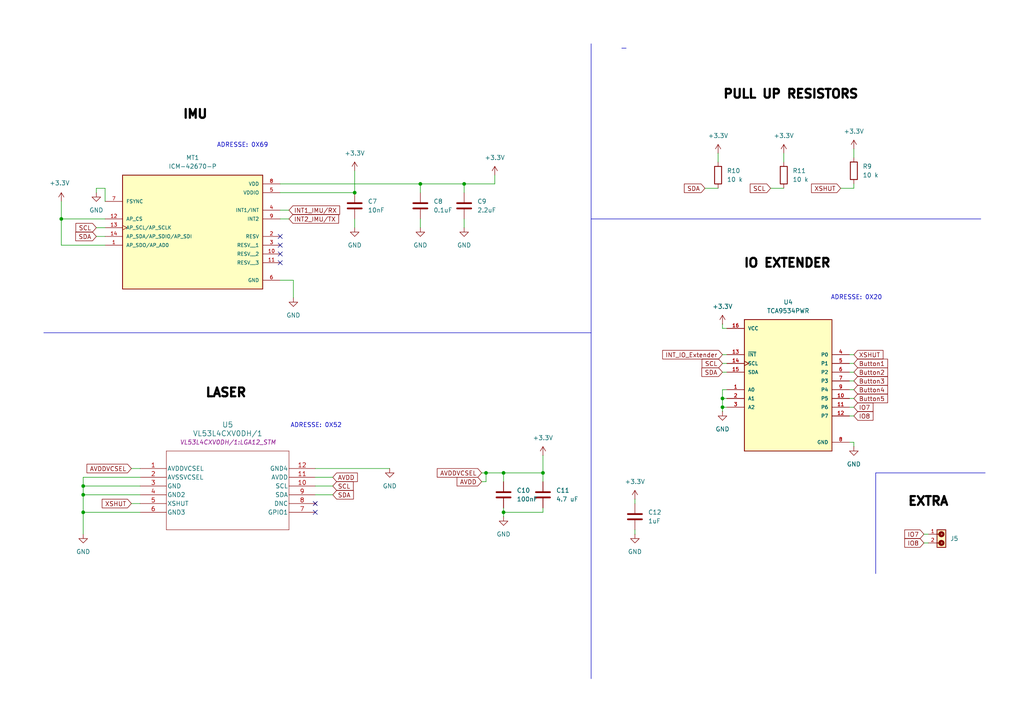
<source format=kicad_sch>
(kicad_sch
	(version 20231120)
	(generator "eeschema")
	(generator_version "8.0")
	(uuid "ac5a0265-4afb-4946-9b01-fd2437bf19ed")
	(paper "A4")
	(title_block
		(title "FONCTIONNALITÉS_RULER 2024")
		(date "2024-12-27")
		(rev "B")
		(company "FRANK_LAU")
	)
	(lib_symbols
		(symbol "Device:C"
			(pin_numbers hide)
			(pin_names
				(offset 0.254)
			)
			(exclude_from_sim no)
			(in_bom yes)
			(on_board yes)
			(property "Reference" "C"
				(at 0.635 2.54 0)
				(effects
					(font
						(size 1.27 1.27)
					)
					(justify left)
				)
			)
			(property "Value" "C"
				(at 0.635 -2.54 0)
				(effects
					(font
						(size 1.27 1.27)
					)
					(justify left)
				)
			)
			(property "Footprint" ""
				(at 0.9652 -3.81 0)
				(effects
					(font
						(size 1.27 1.27)
					)
					(hide yes)
				)
			)
			(property "Datasheet" "~"
				(at 0 0 0)
				(effects
					(font
						(size 1.27 1.27)
					)
					(hide yes)
				)
			)
			(property "Description" "Unpolarized capacitor"
				(at 0 0 0)
				(effects
					(font
						(size 1.27 1.27)
					)
					(hide yes)
				)
			)
			(property "ki_keywords" "cap capacitor"
				(at 0 0 0)
				(effects
					(font
						(size 1.27 1.27)
					)
					(hide yes)
				)
			)
			(property "ki_fp_filters" "C_*"
				(at 0 0 0)
				(effects
					(font
						(size 1.27 1.27)
					)
					(hide yes)
				)
			)
			(symbol "C_0_1"
				(polyline
					(pts
						(xy -2.032 -0.762) (xy 2.032 -0.762)
					)
					(stroke
						(width 0.508)
						(type default)
					)
					(fill
						(type none)
					)
				)
				(polyline
					(pts
						(xy -2.032 0.762) (xy 2.032 0.762)
					)
					(stroke
						(width 0.508)
						(type default)
					)
					(fill
						(type none)
					)
				)
			)
			(symbol "C_1_1"
				(pin passive line
					(at 0 3.81 270)
					(length 2.794)
					(name "~"
						(effects
							(font
								(size 1.27 1.27)
							)
						)
					)
					(number "1"
						(effects
							(font
								(size 1.27 1.27)
							)
						)
					)
				)
				(pin passive line
					(at 0 -3.81 90)
					(length 2.794)
					(name "~"
						(effects
							(font
								(size 1.27 1.27)
							)
						)
					)
					(number "2"
						(effects
							(font
								(size 1.27 1.27)
							)
						)
					)
				)
			)
		)
		(symbol "Device:R"
			(pin_numbers hide)
			(pin_names
				(offset 0)
			)
			(exclude_from_sim no)
			(in_bom yes)
			(on_board yes)
			(property "Reference" "R"
				(at 2.032 0 90)
				(effects
					(font
						(size 1.27 1.27)
					)
				)
			)
			(property "Value" "R"
				(at 0 0 90)
				(effects
					(font
						(size 1.27 1.27)
					)
				)
			)
			(property "Footprint" ""
				(at -1.778 0 90)
				(effects
					(font
						(size 1.27 1.27)
					)
					(hide yes)
				)
			)
			(property "Datasheet" "~"
				(at 0 0 0)
				(effects
					(font
						(size 1.27 1.27)
					)
					(hide yes)
				)
			)
			(property "Description" "Resistor"
				(at 0 0 0)
				(effects
					(font
						(size 1.27 1.27)
					)
					(hide yes)
				)
			)
			(property "ki_keywords" "R res resistor"
				(at 0 0 0)
				(effects
					(font
						(size 1.27 1.27)
					)
					(hide yes)
				)
			)
			(property "ki_fp_filters" "R_*"
				(at 0 0 0)
				(effects
					(font
						(size 1.27 1.27)
					)
					(hide yes)
				)
			)
			(symbol "R_0_1"
				(rectangle
					(start -1.016 -2.54)
					(end 1.016 2.54)
					(stroke
						(width 0.254)
						(type default)
					)
					(fill
						(type none)
					)
				)
			)
			(symbol "R_1_1"
				(pin passive line
					(at 0 3.81 270)
					(length 1.27)
					(name "~"
						(effects
							(font
								(size 1.27 1.27)
							)
						)
					)
					(number "1"
						(effects
							(font
								(size 1.27 1.27)
							)
						)
					)
				)
				(pin passive line
					(at 0 -3.81 90)
					(length 1.27)
					(name "~"
						(effects
							(font
								(size 1.27 1.27)
							)
						)
					)
					(number "2"
						(effects
							(font
								(size 1.27 1.27)
							)
						)
					)
				)
			)
		)
		(symbol "Header2_1:6130XX11121_61300211121"
			(pin_names
				(offset 1.016)
			)
			(exclude_from_sim no)
			(in_bom yes)
			(on_board yes)
			(property "Reference" "J"
				(at -5.08 -1.778 0)
				(effects
					(font
						(size 1.27 1.27)
					)
					(justify right bottom)
				)
			)
			(property "Value" "61300211121"
				(at 0 0 0)
				(effects
					(font
						(size 1.27 1.27)
					)
					(justify bottom)
					(hide yes)
				)
			)
			(property "Footprint" "Header2_1:61300211121"
				(at 0 0 0)
				(effects
					(font
						(size 1.27 1.27)
					)
					(justify bottom)
					(hide yes)
				)
			)
			(property "Datasheet" ""
				(at 0 0 0)
				(effects
					(font
						(size 1.27 1.27)
					)
					(hide yes)
				)
			)
			(property "Description" ""
				(at 0 0 0)
				(effects
					(font
						(size 1.27 1.27)
					)
					(hide yes)
				)
			)
			(property "ROWS" "Single"
				(at 0 0 0)
				(effects
					(font
						(size 1.27 1.27)
					)
					(justify bottom)
					(hide yes)
				)
			)
			(property "GENDER" "Pin Header"
				(at 0 0 0)
				(effects
					(font
						(size 1.27 1.27)
					)
					(justify bottom)
					(hide yes)
				)
			)
			(property "MOUNT" "THT"
				(at 0 0 0)
				(effects
					(font
						(size 1.27 1.27)
					)
					(justify bottom)
					(hide yes)
				)
			)
			(property "IR" "3A"
				(at 0 0 0)
				(effects
					(font
						(size 1.27 1.27)
					)
					(justify bottom)
					(hide yes)
				)
			)
			(property "PACKAGING" "Bag"
				(at 0 0 0)
				(effects
					(font
						(size 1.27 1.27)
					)
					(justify bottom)
					(hide yes)
				)
			)
			(property "PART-NUMBER" "61300211121"
				(at 0 0 0)
				(effects
					(font
						(size 1.27 1.27)
					)
					(justify bottom)
					(hide yes)
				)
			)
			(property "DATASHEET-URL" "https://www.we-online.com/redexpert/spec/61300211121?ae"
				(at 0 0 0)
				(effects
					(font
						(size 1.27 1.27)
					)
					(justify bottom)
					(hide yes)
				)
			)
			(property "PITCH" "2.54mm"
				(at 0 0 0)
				(effects
					(font
						(size 1.27 1.27)
					)
					(justify bottom)
					(hide yes)
				)
			)
			(property "PINS" "2"
				(at 0 0 0)
				(effects
					(font
						(size 1.27 1.27)
					)
					(justify bottom)
					(hide yes)
				)
			)
			(property "TYPE" "Straight"
				(at 0 0 0)
				(effects
					(font
						(size 1.27 1.27)
					)
					(justify bottom)
					(hide yes)
				)
			)
			(symbol "6130XX11121_61300211121_0_0"
				(rectangle
					(start -3.81 -2.54)
					(end 1.27 0)
					(stroke
						(width 0.254)
						(type default)
					)
					(fill
						(type background)
					)
				)
				(circle
					(center -2.54 -1.27)
					(radius 0.254)
					(stroke
						(width 0.635)
						(type default)
					)
					(fill
						(type none)
					)
				)
				(circle
					(center 0 -1.27)
					(radius 0.254)
					(stroke
						(width 0.635)
						(type default)
					)
					(fill
						(type none)
					)
				)
				(polyline
					(pts
						(xy -2.54 -1.27) (xy -2.54 -2.54)
					)
					(stroke
						(width 0.254)
						(type default)
					)
					(fill
						(type none)
					)
				)
				(polyline
					(pts
						(xy 0 -1.27) (xy 0 -2.54)
					)
					(stroke
						(width 0.254)
						(type default)
					)
					(fill
						(type none)
					)
				)
				(pin passive line
					(at -2.54 -5.08 90)
					(length 2.54)
					(name "~"
						(effects
							(font
								(size 1.016 1.016)
							)
						)
					)
					(number "1"
						(effects
							(font
								(size 1.016 1.016)
							)
						)
					)
				)
				(pin passive line
					(at 0 -5.08 90)
					(length 2.54)
					(name "~"
						(effects
							(font
								(size 1.016 1.016)
							)
						)
					)
					(number "2"
						(effects
							(font
								(size 1.016 1.016)
							)
						)
					)
				)
			)
		)
		(symbol "ICM-42670-P:ICM-42670-P"
			(pin_names
				(offset 1.016)
			)
			(exclude_from_sim no)
			(in_bom yes)
			(on_board yes)
			(property "Reference" "MT"
				(at -20.32 13.97 0)
				(effects
					(font
						(size 1.27 1.27)
					)
					(justify left bottom)
				)
			)
			(property "Value" "ICM-42670-P"
				(at -20.32 -22.86 0)
				(effects
					(font
						(size 1.27 1.27)
					)
					(justify left bottom)
				)
			)
			(property "Footprint" "IMU:XDCR_ICM-42670-P"
				(at 0 0 0)
				(effects
					(font
						(size 1.27 1.27)
					)
					(justify bottom)
					(hide yes)
				)
			)
			(property "Datasheet" ""
				(at 0 0 0)
				(effects
					(font
						(size 1.27 1.27)
					)
					(hide yes)
				)
			)
			(property "Description" ""
				(at 0 0 0)
				(effects
					(font
						(size 1.27 1.27)
					)
					(hide yes)
				)
			)
			(property "PARTREV" "1.1"
				(at 0 0 0)
				(effects
					(font
						(size 1.27 1.27)
					)
					(justify bottom)
					(hide yes)
				)
			)
			(property "STANDARD" "Manufacturer Recommendations"
				(at 0 0 0)
				(effects
					(font
						(size 1.27 1.27)
					)
					(justify bottom)
					(hide yes)
				)
			)
			(property "MAXIMUM_PACKAGE_HEIGHT" "0.81 mm"
				(at 0 0 0)
				(effects
					(font
						(size 1.27 1.27)
					)
					(justify bottom)
					(hide yes)
				)
			)
			(property "MANUFACTURER" "TDK InvenSense"
				(at 0 0 0)
				(effects
					(font
						(size 1.27 1.27)
					)
					(justify bottom)
					(hide yes)
				)
			)
			(symbol "ICM-42670-P_0_0"
				(rectangle
					(start -20.32 -20.32)
					(end 20.32 12.7)
					(stroke
						(width 0.254)
						(type default)
					)
					(fill
						(type background)
					)
				)
				(pin bidirectional line
					(at -25.4 -7.62 0)
					(length 5.08)
					(name "AP_SDO/AP_AD0"
						(effects
							(font
								(size 1.016 1.016)
							)
						)
					)
					(number "1"
						(effects
							(font
								(size 1.016 1.016)
							)
						)
					)
				)
				(pin passive line
					(at 25.4 -10.16 180)
					(length 5.08)
					(name "RESV__2"
						(effects
							(font
								(size 1.016 1.016)
							)
						)
					)
					(number "10"
						(effects
							(font
								(size 1.016 1.016)
							)
						)
					)
				)
				(pin passive line
					(at 25.4 -12.7 180)
					(length 5.08)
					(name "RESV__3"
						(effects
							(font
								(size 1.016 1.016)
							)
						)
					)
					(number "11"
						(effects
							(font
								(size 1.016 1.016)
							)
						)
					)
				)
				(pin input line
					(at -25.4 0 0)
					(length 5.08)
					(name "AP_CS"
						(effects
							(font
								(size 1.016 1.016)
							)
						)
					)
					(number "12"
						(effects
							(font
								(size 1.016 1.016)
							)
						)
					)
				)
				(pin input clock
					(at -25.4 -2.54 0)
					(length 5.08)
					(name "AP_SCL/AP_SCLK"
						(effects
							(font
								(size 1.016 1.016)
							)
						)
					)
					(number "13"
						(effects
							(font
								(size 1.016 1.016)
							)
						)
					)
				)
				(pin bidirectional line
					(at -25.4 -5.08 0)
					(length 5.08)
					(name "AP_SDA/AP_SDIO/AP_SDI"
						(effects
							(font
								(size 1.016 1.016)
							)
						)
					)
					(number "14"
						(effects
							(font
								(size 1.016 1.016)
							)
						)
					)
				)
				(pin passive line
					(at 25.4 -5.08 180)
					(length 5.08)
					(name "RESV"
						(effects
							(font
								(size 1.016 1.016)
							)
						)
					)
					(number "2"
						(effects
							(font
								(size 1.016 1.016)
							)
						)
					)
				)
				(pin passive line
					(at 25.4 -7.62 180)
					(length 5.08)
					(name "RESV__1"
						(effects
							(font
								(size 1.016 1.016)
							)
						)
					)
					(number "3"
						(effects
							(font
								(size 1.016 1.016)
							)
						)
					)
				)
				(pin output line
					(at 25.4 2.54 180)
					(length 5.08)
					(name "INT1/INT"
						(effects
							(font
								(size 1.016 1.016)
							)
						)
					)
					(number "4"
						(effects
							(font
								(size 1.016 1.016)
							)
						)
					)
				)
				(pin power_in line
					(at 25.4 7.62 180)
					(length 5.08)
					(name "VDDIO"
						(effects
							(font
								(size 1.016 1.016)
							)
						)
					)
					(number "5"
						(effects
							(font
								(size 1.016 1.016)
							)
						)
					)
				)
				(pin power_in line
					(at 25.4 -17.78 180)
					(length 5.08)
					(name "GND"
						(effects
							(font
								(size 1.016 1.016)
							)
						)
					)
					(number "6"
						(effects
							(font
								(size 1.016 1.016)
							)
						)
					)
				)
				(pin input line
					(at -25.4 5.08 0)
					(length 5.08)
					(name "FSYNC"
						(effects
							(font
								(size 1.016 1.016)
							)
						)
					)
					(number "7"
						(effects
							(font
								(size 1.016 1.016)
							)
						)
					)
				)
				(pin power_in line
					(at 25.4 10.16 180)
					(length 5.08)
					(name "VDD"
						(effects
							(font
								(size 1.016 1.016)
							)
						)
					)
					(number "8"
						(effects
							(font
								(size 1.016 1.016)
							)
						)
					)
				)
				(pin output line
					(at 25.4 0 180)
					(length 5.08)
					(name "INT2"
						(effects
							(font
								(size 1.016 1.016)
							)
						)
					)
					(number "9"
						(effects
							(font
								(size 1.016 1.016)
							)
						)
					)
				)
			)
		)
		(symbol "TCA9534PWR:TCA9534PWR"
			(pin_names
				(offset 1.016)
			)
			(exclude_from_sim no)
			(in_bom yes)
			(on_board yes)
			(property "Reference" "U"
				(at -12.7 19.05 0)
				(effects
					(font
						(size 1.27 1.27)
					)
					(justify left bottom)
				)
			)
			(property "Value" "TCA9534PWR"
				(at -12.7 -22.86 0)
				(effects
					(font
						(size 1.27 1.27)
					)
					(justify left bottom)
				)
			)
			(property "Footprint" "TCA9534PWR:SOP65P640X120-16N"
				(at 0 0 0)
				(effects
					(font
						(size 1.27 1.27)
					)
					(justify bottom)
					(hide yes)
				)
			)
			(property "Datasheet" ""
				(at 0 0 0)
				(effects
					(font
						(size 1.27 1.27)
					)
					(hide yes)
				)
			)
			(property "Description" ""
				(at 0 0 0)
				(effects
					(font
						(size 1.27 1.27)
					)
					(hide yes)
				)
			)
			(property "PARTREV" "D"
				(at 0 0 0)
				(effects
					(font
						(size 1.27 1.27)
					)
					(justify bottom)
					(hide yes)
				)
			)
			(property "MANUFACTURER" "Texas Instruments"
				(at 0 0 0)
				(effects
					(font
						(size 1.27 1.27)
					)
					(justify bottom)
					(hide yes)
				)
			)
			(property "MAXIMUM_PACKAGE_HEIGHT" "1.2 mm"
				(at 0 0 0)
				(effects
					(font
						(size 1.27 1.27)
					)
					(justify bottom)
					(hide yes)
				)
			)
			(property "STANDARD" "IPC 7351B"
				(at 0 0 0)
				(effects
					(font
						(size 1.27 1.27)
					)
					(justify bottom)
					(hide yes)
				)
			)
			(symbol "TCA9534PWR_0_0"
				(rectangle
					(start -12.7 -20.32)
					(end 12.7 17.78)
					(stroke
						(width 0.254)
						(type default)
					)
					(fill
						(type background)
					)
				)
				(pin input line
					(at -17.78 -2.54 0)
					(length 5.08)
					(name "A0"
						(effects
							(font
								(size 1.016 1.016)
							)
						)
					)
					(number "1"
						(effects
							(font
								(size 1.016 1.016)
							)
						)
					)
				)
				(pin bidirectional line
					(at 17.78 -5.08 180)
					(length 5.08)
					(name "P5"
						(effects
							(font
								(size 1.016 1.016)
							)
						)
					)
					(number "10"
						(effects
							(font
								(size 1.016 1.016)
							)
						)
					)
				)
				(pin bidirectional line
					(at 17.78 -7.62 180)
					(length 5.08)
					(name "P6"
						(effects
							(font
								(size 1.016 1.016)
							)
						)
					)
					(number "11"
						(effects
							(font
								(size 1.016 1.016)
							)
						)
					)
				)
				(pin bidirectional line
					(at 17.78 -10.16 180)
					(length 5.08)
					(name "P7"
						(effects
							(font
								(size 1.016 1.016)
							)
						)
					)
					(number "12"
						(effects
							(font
								(size 1.016 1.016)
							)
						)
					)
				)
				(pin output line
					(at -17.78 7.62 0)
					(length 5.08)
					(name "~{INT}"
						(effects
							(font
								(size 1.016 1.016)
							)
						)
					)
					(number "13"
						(effects
							(font
								(size 1.016 1.016)
							)
						)
					)
				)
				(pin bidirectional clock
					(at -17.78 5.08 0)
					(length 5.08)
					(name "SCL"
						(effects
							(font
								(size 1.016 1.016)
							)
						)
					)
					(number "14"
						(effects
							(font
								(size 1.016 1.016)
							)
						)
					)
				)
				(pin bidirectional line
					(at -17.78 2.54 0)
					(length 5.08)
					(name "SDA"
						(effects
							(font
								(size 1.016 1.016)
							)
						)
					)
					(number "15"
						(effects
							(font
								(size 1.016 1.016)
							)
						)
					)
				)
				(pin power_in line
					(at -17.78 15.24 0)
					(length 5.08)
					(name "VCC"
						(effects
							(font
								(size 1.016 1.016)
							)
						)
					)
					(number "16"
						(effects
							(font
								(size 1.016 1.016)
							)
						)
					)
				)
				(pin input line
					(at -17.78 -5.08 0)
					(length 5.08)
					(name "A1"
						(effects
							(font
								(size 1.016 1.016)
							)
						)
					)
					(number "2"
						(effects
							(font
								(size 1.016 1.016)
							)
						)
					)
				)
				(pin input line
					(at -17.78 -7.62 0)
					(length 5.08)
					(name "A2"
						(effects
							(font
								(size 1.016 1.016)
							)
						)
					)
					(number "3"
						(effects
							(font
								(size 1.016 1.016)
							)
						)
					)
				)
				(pin bidirectional line
					(at 17.78 7.62 180)
					(length 5.08)
					(name "P0"
						(effects
							(font
								(size 1.016 1.016)
							)
						)
					)
					(number "4"
						(effects
							(font
								(size 1.016 1.016)
							)
						)
					)
				)
				(pin bidirectional line
					(at 17.78 5.08 180)
					(length 5.08)
					(name "P1"
						(effects
							(font
								(size 1.016 1.016)
							)
						)
					)
					(number "5"
						(effects
							(font
								(size 1.016 1.016)
							)
						)
					)
				)
				(pin bidirectional line
					(at 17.78 2.54 180)
					(length 5.08)
					(name "P2"
						(effects
							(font
								(size 1.016 1.016)
							)
						)
					)
					(number "6"
						(effects
							(font
								(size 1.016 1.016)
							)
						)
					)
				)
				(pin bidirectional line
					(at 17.78 0 180)
					(length 5.08)
					(name "P3"
						(effects
							(font
								(size 1.016 1.016)
							)
						)
					)
					(number "7"
						(effects
							(font
								(size 1.016 1.016)
							)
						)
					)
				)
				(pin power_in line
					(at 17.78 -17.78 180)
					(length 5.08)
					(name "GND"
						(effects
							(font
								(size 1.016 1.016)
							)
						)
					)
					(number "8"
						(effects
							(font
								(size 1.016 1.016)
							)
						)
					)
				)
				(pin bidirectional line
					(at 17.78 -2.54 180)
					(length 5.08)
					(name "P4"
						(effects
							(font
								(size 1.016 1.016)
							)
						)
					)
					(number "9"
						(effects
							(font
								(size 1.016 1.016)
							)
						)
					)
				)
			)
		)
		(symbol "VL53L4CXV0DH/1:VL53L4CXV0DH_1"
			(pin_names
				(offset 0.254)
			)
			(exclude_from_sim no)
			(in_bom yes)
			(on_board yes)
			(property "Reference" "U"
				(at 25.4 10.16 0)
				(effects
					(font
						(size 1.524 1.524)
					)
				)
			)
			(property "Value" "VL53L4CXV0DH/1"
				(at 25.4 7.62 0)
				(effects
					(font
						(size 1.524 1.524)
					)
				)
			)
			(property "Footprint" "VL53L4CXV0DH/1:LGA12_STM"
				(at 0 0 0)
				(effects
					(font
						(size 1.27 1.27)
						(italic yes)
					)
				)
			)
			(property "Datasheet" "VL53L4CXV0DH/1"
				(at 0 0 0)
				(effects
					(font
						(size 1.27 1.27)
						(italic yes)
					)
					(hide yes)
				)
			)
			(property "Description" ""
				(at 0 0 0)
				(effects
					(font
						(size 1.27 1.27)
					)
					(hide yes)
				)
			)
			(property "ki_keywords" "VL53L4CXV0DH/1"
				(at 0 0 0)
				(effects
					(font
						(size 1.27 1.27)
					)
					(hide yes)
				)
			)
			(property "ki_fp_filters" "LGA12_STM"
				(at 0 0 0)
				(effects
					(font
						(size 1.27 1.27)
					)
					(hide yes)
				)
			)
			(symbol "VL53L4CXV0DH_1_0_1"
				(polyline
					(pts
						(xy 7.62 -17.78) (xy 43.18 -17.78)
					)
					(stroke
						(width 0.127)
						(type default)
					)
					(fill
						(type none)
					)
				)
				(polyline
					(pts
						(xy 7.62 5.08) (xy 7.62 -17.78)
					)
					(stroke
						(width 0.127)
						(type default)
					)
					(fill
						(type none)
					)
				)
				(polyline
					(pts
						(xy 43.18 -17.78) (xy 43.18 5.08)
					)
					(stroke
						(width 0.127)
						(type default)
					)
					(fill
						(type none)
					)
				)
				(polyline
					(pts
						(xy 43.18 5.08) (xy 7.62 5.08)
					)
					(stroke
						(width 0.127)
						(type default)
					)
					(fill
						(type none)
					)
				)
				(pin power_in line
					(at 0 0 0)
					(length 7.62)
					(name "AVDDVCSEL"
						(effects
							(font
								(size 1.27 1.27)
							)
						)
					)
					(number "1"
						(effects
							(font
								(size 1.27 1.27)
							)
						)
					)
				)
				(pin unspecified line
					(at 50.8 -5.08 180)
					(length 7.62)
					(name "SCL"
						(effects
							(font
								(size 1.27 1.27)
							)
						)
					)
					(number "10"
						(effects
							(font
								(size 1.27 1.27)
							)
						)
					)
				)
				(pin power_in line
					(at 50.8 -2.54 180)
					(length 7.62)
					(name "AVDD"
						(effects
							(font
								(size 1.27 1.27)
							)
						)
					)
					(number "11"
						(effects
							(font
								(size 1.27 1.27)
							)
						)
					)
				)
				(pin power_out line
					(at 50.8 0 180)
					(length 7.62)
					(name "GND4"
						(effects
							(font
								(size 1.27 1.27)
							)
						)
					)
					(number "12"
						(effects
							(font
								(size 1.27 1.27)
							)
						)
					)
				)
				(pin power_out line
					(at 0 -2.54 0)
					(length 7.62)
					(name "AVSSVCSEL"
						(effects
							(font
								(size 1.27 1.27)
							)
						)
					)
					(number "2"
						(effects
							(font
								(size 1.27 1.27)
							)
						)
					)
				)
				(pin power_out line
					(at 0 -5.08 0)
					(length 7.62)
					(name "GND"
						(effects
							(font
								(size 1.27 1.27)
							)
						)
					)
					(number "3"
						(effects
							(font
								(size 1.27 1.27)
							)
						)
					)
				)
				(pin power_out line
					(at 0 -7.62 0)
					(length 7.62)
					(name "GND2"
						(effects
							(font
								(size 1.27 1.27)
							)
						)
					)
					(number "4"
						(effects
							(font
								(size 1.27 1.27)
							)
						)
					)
				)
				(pin unspecified line
					(at 0 -10.16 0)
					(length 7.62)
					(name "XSHUT"
						(effects
							(font
								(size 1.27 1.27)
							)
						)
					)
					(number "5"
						(effects
							(font
								(size 1.27 1.27)
							)
						)
					)
				)
				(pin power_out line
					(at 0 -12.7 0)
					(length 7.62)
					(name "GND3"
						(effects
							(font
								(size 1.27 1.27)
							)
						)
					)
					(number "6"
						(effects
							(font
								(size 1.27 1.27)
							)
						)
					)
				)
				(pin unspecified line
					(at 50.8 -12.7 180)
					(length 7.62)
					(name "GPIO1"
						(effects
							(font
								(size 1.27 1.27)
							)
						)
					)
					(number "7"
						(effects
							(font
								(size 1.27 1.27)
							)
						)
					)
				)
				(pin no_connect line
					(at 50.8 -10.16 180)
					(length 7.62)
					(name "DNC"
						(effects
							(font
								(size 1.27 1.27)
							)
						)
					)
					(number "8"
						(effects
							(font
								(size 1.27 1.27)
							)
						)
					)
				)
				(pin unspecified line
					(at 50.8 -7.62 180)
					(length 7.62)
					(name "SDA"
						(effects
							(font
								(size 1.27 1.27)
							)
						)
					)
					(number "9"
						(effects
							(font
								(size 1.27 1.27)
							)
						)
					)
				)
			)
		)
		(symbol "power:+3.3V"
			(power)
			(pin_numbers hide)
			(pin_names
				(offset 0) hide)
			(exclude_from_sim no)
			(in_bom yes)
			(on_board yes)
			(property "Reference" "#PWR"
				(at 0 -3.81 0)
				(effects
					(font
						(size 1.27 1.27)
					)
					(hide yes)
				)
			)
			(property "Value" "+3.3V"
				(at 0 3.556 0)
				(effects
					(font
						(size 1.27 1.27)
					)
				)
			)
			(property "Footprint" ""
				(at 0 0 0)
				(effects
					(font
						(size 1.27 1.27)
					)
					(hide yes)
				)
			)
			(property "Datasheet" ""
				(at 0 0 0)
				(effects
					(font
						(size 1.27 1.27)
					)
					(hide yes)
				)
			)
			(property "Description" "Power symbol creates a global label with name \"+3.3V\""
				(at 0 0 0)
				(effects
					(font
						(size 1.27 1.27)
					)
					(hide yes)
				)
			)
			(property "ki_keywords" "global power"
				(at 0 0 0)
				(effects
					(font
						(size 1.27 1.27)
					)
					(hide yes)
				)
			)
			(symbol "+3.3V_0_1"
				(polyline
					(pts
						(xy -0.762 1.27) (xy 0 2.54)
					)
					(stroke
						(width 0)
						(type default)
					)
					(fill
						(type none)
					)
				)
				(polyline
					(pts
						(xy 0 0) (xy 0 2.54)
					)
					(stroke
						(width 0)
						(type default)
					)
					(fill
						(type none)
					)
				)
				(polyline
					(pts
						(xy 0 2.54) (xy 0.762 1.27)
					)
					(stroke
						(width 0)
						(type default)
					)
					(fill
						(type none)
					)
				)
			)
			(symbol "+3.3V_1_1"
				(pin power_in line
					(at 0 0 90)
					(length 0)
					(name "~"
						(effects
							(font
								(size 1.27 1.27)
							)
						)
					)
					(number "1"
						(effects
							(font
								(size 1.27 1.27)
							)
						)
					)
				)
			)
		)
		(symbol "power:GND"
			(power)
			(pin_numbers hide)
			(pin_names
				(offset 0) hide)
			(exclude_from_sim no)
			(in_bom yes)
			(on_board yes)
			(property "Reference" "#PWR"
				(at 0 -6.35 0)
				(effects
					(font
						(size 1.27 1.27)
					)
					(hide yes)
				)
			)
			(property "Value" "GND"
				(at 0 -3.81 0)
				(effects
					(font
						(size 1.27 1.27)
					)
				)
			)
			(property "Footprint" ""
				(at 0 0 0)
				(effects
					(font
						(size 1.27 1.27)
					)
					(hide yes)
				)
			)
			(property "Datasheet" ""
				(at 0 0 0)
				(effects
					(font
						(size 1.27 1.27)
					)
					(hide yes)
				)
			)
			(property "Description" "Power symbol creates a global label with name \"GND\" , ground"
				(at 0 0 0)
				(effects
					(font
						(size 1.27 1.27)
					)
					(hide yes)
				)
			)
			(property "ki_keywords" "global power"
				(at 0 0 0)
				(effects
					(font
						(size 1.27 1.27)
					)
					(hide yes)
				)
			)
			(symbol "GND_0_1"
				(polyline
					(pts
						(xy 0 0) (xy 0 -1.27) (xy 1.27 -1.27) (xy 0 -2.54) (xy -1.27 -1.27) (xy 0 -1.27)
					)
					(stroke
						(width 0)
						(type default)
					)
					(fill
						(type none)
					)
				)
			)
			(symbol "GND_1_1"
				(pin power_in line
					(at 0 0 270)
					(length 0)
					(name "~"
						(effects
							(font
								(size 1.27 1.27)
							)
						)
					)
					(number "1"
						(effects
							(font
								(size 1.27 1.27)
							)
						)
					)
				)
			)
		)
	)
	(junction
		(at 209.55 115.57)
		(diameter 0)
		(color 0 0 0 0)
		(uuid "1163d064-65d9-4df4-85bf-85887ba43312")
	)
	(junction
		(at 24.13 140.97)
		(diameter 0)
		(color 0 0 0 0)
		(uuid "2ce63dca-deb6-48ad-9702-7d3021633e14")
	)
	(junction
		(at 121.92 53.34)
		(diameter 0)
		(color 0 0 0 0)
		(uuid "2eb4d34a-4e5e-4f93-afbd-5eacad010fde")
	)
	(junction
		(at 24.13 143.51)
		(diameter 0)
		(color 0 0 0 0)
		(uuid "46e8e154-157d-4284-8085-ecb66cc76fdd")
	)
	(junction
		(at 102.87 55.88)
		(diameter 0)
		(color 0 0 0 0)
		(uuid "584713cd-ca3d-4026-9891-898b245643ee")
	)
	(junction
		(at 146.05 148.59)
		(diameter 0)
		(color 0 0 0 0)
		(uuid "84a874e0-53ed-4810-a793-af33bb109302")
	)
	(junction
		(at 209.55 118.11)
		(diameter 0)
		(color 0 0 0 0)
		(uuid "a689c0a1-baea-42ba-a9bd-c92882d4fc42")
	)
	(junction
		(at 157.48 137.16)
		(diameter 0)
		(color 0 0 0 0)
		(uuid "a6dfb002-6f5a-4698-94ad-a3175a03ea3d")
	)
	(junction
		(at 24.13 148.59)
		(diameter 0)
		(color 0 0 0 0)
		(uuid "b09202e9-27ea-4e40-9634-cf5c861356d5")
	)
	(junction
		(at 134.62 53.34)
		(diameter 0)
		(color 0 0 0 0)
		(uuid "b3c13af0-4280-4c70-9768-995bb621ad9f")
	)
	(junction
		(at 146.05 137.16)
		(diameter 0)
		(color 0 0 0 0)
		(uuid "c980b480-1d8d-4dc9-b72f-ec022a13e888")
	)
	(junction
		(at 140.97 137.16)
		(diameter 0)
		(color 0 0 0 0)
		(uuid "da830757-31b4-4199-9557-02a328665c68")
	)
	(junction
		(at 17.78 63.5)
		(diameter 0)
		(color 0 0 0 0)
		(uuid "edd5cb11-5dbc-4448-83d1-390f81d91d04")
	)
	(no_connect
		(at 81.28 73.66)
		(uuid "4ab2af69-cb15-45bb-98bc-c30e9cf6e15c")
	)
	(no_connect
		(at 81.28 68.58)
		(uuid "5321de97-875e-4927-b38d-016d474a6ecf")
	)
	(no_connect
		(at 81.28 76.2)
		(uuid "8c8403c1-1555-44a4-a64e-f122b7096277")
	)
	(no_connect
		(at 81.28 71.12)
		(uuid "924aa586-8ff1-42e3-95fc-1c93decbd9d2")
	)
	(no_connect
		(at 91.44 146.05)
		(uuid "c6a3dff9-33db-4932-87e6-3ea7f7ad8dea")
	)
	(no_connect
		(at 91.44 148.59)
		(uuid "ec95c7f0-5e10-49c7-a46c-7e99bbc30d20")
	)
	(wire
		(pts
			(xy 247.65 129.54) (xy 247.65 128.27)
		)
		(stroke
			(width 0)
			(type default)
		)
		(uuid "02403520-0fdd-4d53-937d-71c139e6b505")
	)
	(wire
		(pts
			(xy 184.15 153.67) (xy 184.15 154.94)
		)
		(stroke
			(width 0)
			(type default)
		)
		(uuid "03f90afe-087f-4213-848f-342c3bcacc19")
	)
	(wire
		(pts
			(xy 140.97 137.16) (xy 140.97 139.7)
		)
		(stroke
			(width 0)
			(type default)
		)
		(uuid "05820507-2ed4-4f60-8e8c-42be1a6e2fac")
	)
	(wire
		(pts
			(xy 85.09 81.28) (xy 81.28 81.28)
		)
		(stroke
			(width 0)
			(type default)
		)
		(uuid "065997fd-93ba-4f3a-92f1-5a593059893a")
	)
	(wire
		(pts
			(xy 81.28 63.5) (xy 83.82 63.5)
		)
		(stroke
			(width 0)
			(type default)
		)
		(uuid "0939b368-d6c7-4387-afe9-275536f5df45")
	)
	(wire
		(pts
			(xy 27.94 66.04) (xy 30.48 66.04)
		)
		(stroke
			(width 0)
			(type default)
		)
		(uuid "0954c4ed-64c4-45a7-9412-5ae254bcac38")
	)
	(wire
		(pts
			(xy 81.28 60.96) (xy 83.82 60.96)
		)
		(stroke
			(width 0)
			(type default)
		)
		(uuid "0b09e7a3-fcfb-4ce3-8026-b072b2e8fa0c")
	)
	(wire
		(pts
			(xy 81.28 53.34) (xy 121.92 53.34)
		)
		(stroke
			(width 0)
			(type default)
		)
		(uuid "0c8a9194-46b6-4fa5-be87-7db556541b4f")
	)
	(wire
		(pts
			(xy 157.48 148.59) (xy 157.48 147.32)
		)
		(stroke
			(width 0)
			(type default)
		)
		(uuid "0e2bb5a3-1acc-4d26-b88b-60eca7796612")
	)
	(wire
		(pts
			(xy 140.97 137.16) (xy 146.05 137.16)
		)
		(stroke
			(width 0)
			(type default)
		)
		(uuid "14dfd801-9c6b-4d3c-b8dc-2bd1ccb59d3f")
	)
	(wire
		(pts
			(xy 24.13 140.97) (xy 40.64 140.97)
		)
		(stroke
			(width 0)
			(type default)
		)
		(uuid "165df662-e85f-4cb5-9c49-714c3e45019f")
	)
	(polyline
		(pts
			(xy 254 166.37) (xy 254 137.16)
		)
		(stroke
			(width 0)
			(type default)
		)
		(uuid "1807a265-c2a3-47c7-93ca-51ea962e298c")
	)
	(wire
		(pts
			(xy 246.38 115.57) (xy 247.65 115.57)
		)
		(stroke
			(width 0)
			(type default)
		)
		(uuid "1ca6dca1-ec08-4560-b620-671727065945")
	)
	(wire
		(pts
			(xy 30.48 54.61) (xy 30.48 58.42)
		)
		(stroke
			(width 0)
			(type default)
		)
		(uuid "1f7bad05-5bc0-405c-8290-67658b617c37")
	)
	(wire
		(pts
			(xy 121.92 53.34) (xy 121.92 55.88)
		)
		(stroke
			(width 0)
			(type default)
		)
		(uuid "20a6c832-5760-4eb8-94aa-59b62d0c0de3")
	)
	(wire
		(pts
			(xy 24.13 143.51) (xy 40.64 143.51)
		)
		(stroke
			(width 0)
			(type default)
		)
		(uuid "20f8eb0e-d7e6-44ec-a9a7-0339ac86b129")
	)
	(wire
		(pts
			(xy 208.28 44.45) (xy 208.28 46.99)
		)
		(stroke
			(width 0)
			(type default)
		)
		(uuid "25ca2efa-34a3-4d8f-a99a-5d0a27140a1e")
	)
	(polyline
		(pts
			(xy 254 137.16) (xy 285.75 137.16)
		)
		(stroke
			(width 0)
			(type default)
		)
		(uuid "2822e47f-f46a-4fa3-bb70-183f2a01a3f8")
	)
	(wire
		(pts
			(xy 267.97 154.94) (xy 269.24 154.94)
		)
		(stroke
			(width 0)
			(type default)
		)
		(uuid "2c8b44c4-28d1-4f23-bb35-b8bfd043f076")
	)
	(wire
		(pts
			(xy 247.65 128.27) (xy 246.38 128.27)
		)
		(stroke
			(width 0)
			(type default)
		)
		(uuid "2cb8bef8-9ec2-4459-9aec-4bc02a95dcc7")
	)
	(wire
		(pts
			(xy 30.48 63.5) (xy 17.78 63.5)
		)
		(stroke
			(width 0)
			(type default)
		)
		(uuid "30f33a81-c1b7-48df-8047-c1b126a7b5b9")
	)
	(wire
		(pts
			(xy 102.87 49.53) (xy 102.87 55.88)
		)
		(stroke
			(width 0)
			(type default)
		)
		(uuid "3491b73e-b235-4f9f-bb02-4c4e78880715")
	)
	(wire
		(pts
			(xy 184.15 144.78) (xy 184.15 146.05)
		)
		(stroke
			(width 0)
			(type default)
		)
		(uuid "399a95bd-87a7-480a-be88-0bceee875ec0")
	)
	(wire
		(pts
			(xy 27.94 54.61) (xy 30.48 54.61)
		)
		(stroke
			(width 0)
			(type default)
		)
		(uuid "3bd3aebe-740b-44bb-9635-9a45bd130599")
	)
	(wire
		(pts
			(xy 223.52 54.61) (xy 227.33 54.61)
		)
		(stroke
			(width 0)
			(type default)
		)
		(uuid "3e9629c5-e9a9-48d7-887e-6c8892c40550")
	)
	(wire
		(pts
			(xy 157.48 137.16) (xy 157.48 139.7)
		)
		(stroke
			(width 0)
			(type default)
		)
		(uuid "4ce7cd3c-81d8-46a5-b282-0739e8dd3963")
	)
	(wire
		(pts
			(xy 209.55 118.11) (xy 209.55 119.38)
		)
		(stroke
			(width 0)
			(type default)
		)
		(uuid "4ffe62a1-9ed2-4ee0-872c-ab74c7ff6eab")
	)
	(wire
		(pts
			(xy 209.55 115.57) (xy 209.55 118.11)
		)
		(stroke
			(width 0)
			(type default)
		)
		(uuid "50abdd4f-333d-4b78-9081-43983a260c59")
	)
	(wire
		(pts
			(xy 267.97 157.48) (xy 269.24 157.48)
		)
		(stroke
			(width 0)
			(type default)
		)
		(uuid "5178f35b-1a2a-4fac-bf34-bd183517645e")
	)
	(wire
		(pts
			(xy 121.92 53.34) (xy 134.62 53.34)
		)
		(stroke
			(width 0)
			(type default)
		)
		(uuid "5423ccbc-1e3b-48ab-8ddf-b6b3c8c16e2e")
	)
	(wire
		(pts
			(xy 24.13 148.59) (xy 24.13 154.94)
		)
		(stroke
			(width 0)
			(type default)
		)
		(uuid "570398d1-870a-4c14-9042-72ee3c6a519c")
	)
	(wire
		(pts
			(xy 247.65 54.61) (xy 247.65 53.34)
		)
		(stroke
			(width 0)
			(type default)
		)
		(uuid "592b9974-c309-416e-b016-bc1df64f78f0")
	)
	(wire
		(pts
			(xy 204.47 54.61) (xy 208.28 54.61)
		)
		(stroke
			(width 0)
			(type default)
		)
		(uuid "595d1e66-e276-4c46-a05a-ea0cf8a97ae2")
	)
	(wire
		(pts
			(xy 146.05 137.16) (xy 157.48 137.16)
		)
		(stroke
			(width 0)
			(type default)
		)
		(uuid "63f5111d-9b47-48b2-adea-61196241837e")
	)
	(wire
		(pts
			(xy 246.38 102.87) (xy 247.65 102.87)
		)
		(stroke
			(width 0)
			(type default)
		)
		(uuid "66599461-7d5d-41a4-8a3a-bcfb124f2a49")
	)
	(wire
		(pts
			(xy 102.87 63.5) (xy 102.87 66.04)
		)
		(stroke
			(width 0)
			(type default)
		)
		(uuid "6d15d9e4-59ad-4a96-9c98-0a52801e3f95")
	)
	(wire
		(pts
			(xy 246.38 105.41) (xy 247.65 105.41)
		)
		(stroke
			(width 0)
			(type default)
		)
		(uuid "72feab3e-9edc-4fe2-a460-8cf7c78908ea")
	)
	(wire
		(pts
			(xy 91.44 143.51) (xy 96.52 143.51)
		)
		(stroke
			(width 0)
			(type default)
		)
		(uuid "73a96f3e-2b2e-4df8-ac2b-306307ed7392")
	)
	(wire
		(pts
			(xy 146.05 148.59) (xy 157.48 148.59)
		)
		(stroke
			(width 0)
			(type default)
		)
		(uuid "74a4e218-3da7-4427-8a04-f5772eb5e1dc")
	)
	(wire
		(pts
			(xy 139.7 139.7) (xy 140.97 139.7)
		)
		(stroke
			(width 0)
			(type default)
		)
		(uuid "78610f30-a236-42c5-992c-7dd772facf73")
	)
	(wire
		(pts
			(xy 246.38 110.49) (xy 247.65 110.49)
		)
		(stroke
			(width 0)
			(type default)
		)
		(uuid "7937043e-17a0-4564-8958-b4863e00a04e")
	)
	(wire
		(pts
			(xy 27.94 68.58) (xy 30.48 68.58)
		)
		(stroke
			(width 0)
			(type default)
		)
		(uuid "793ca92c-88d8-42cd-a2cf-8c1db99bf5a9")
	)
	(wire
		(pts
			(xy 27.94 54.61) (xy 27.94 55.88)
		)
		(stroke
			(width 0)
			(type default)
		)
		(uuid "7d0397aa-c882-40dc-8cb3-20d09b07fde0")
	)
	(wire
		(pts
			(xy 209.55 95.25) (xy 210.82 95.25)
		)
		(stroke
			(width 0)
			(type default)
		)
		(uuid "8546819b-b098-4dc2-aa48-8f339253d2a7")
	)
	(wire
		(pts
			(xy 246.38 107.95) (xy 247.65 107.95)
		)
		(stroke
			(width 0)
			(type default)
		)
		(uuid "8ce02dba-7046-405a-8a77-ddd4e0e90fb4")
	)
	(wire
		(pts
			(xy 209.55 105.41) (xy 210.82 105.41)
		)
		(stroke
			(width 0)
			(type default)
		)
		(uuid "8d3b35e8-0428-4b2d-be80-176d85bffccf")
	)
	(wire
		(pts
			(xy 210.82 113.03) (xy 209.55 113.03)
		)
		(stroke
			(width 0)
			(type default)
		)
		(uuid "8fd7ba83-acd5-4441-a344-725fe1e72de7")
	)
	(wire
		(pts
			(xy 24.13 148.59) (xy 40.64 148.59)
		)
		(stroke
			(width 0)
			(type default)
		)
		(uuid "90bf4285-1326-42bf-b6ee-ed6a9002a74f")
	)
	(wire
		(pts
			(xy 91.44 140.97) (xy 96.52 140.97)
		)
		(stroke
			(width 0)
			(type default)
		)
		(uuid "91379b9a-e876-466a-b2f2-7de84b4c6b2c")
	)
	(wire
		(pts
			(xy 134.62 63.5) (xy 134.62 66.04)
		)
		(stroke
			(width 0)
			(type default)
		)
		(uuid "96925ba4-5087-4f17-a62c-a99255eadafd")
	)
	(wire
		(pts
			(xy 246.38 113.03) (xy 247.65 113.03)
		)
		(stroke
			(width 0)
			(type default)
		)
		(uuid "9a418b0e-3138-471d-94ca-8e08ff56b856")
	)
	(polyline
		(pts
			(xy 180.34 13.97) (xy 181.61 13.97)
		)
		(stroke
			(width 0)
			(type default)
		)
		(uuid "9a6f850d-f276-4c3c-bb9b-6528bae600ff")
	)
	(wire
		(pts
			(xy 243.84 54.61) (xy 247.65 54.61)
		)
		(stroke
			(width 0)
			(type default)
		)
		(uuid "9a9e8efe-2d28-4a1d-a154-5db57291b0ab")
	)
	(wire
		(pts
			(xy 146.05 147.32) (xy 146.05 148.59)
		)
		(stroke
			(width 0)
			(type default)
		)
		(uuid "9ff32f84-6766-431d-b02c-7dcaad3f32de")
	)
	(wire
		(pts
			(xy 209.55 115.57) (xy 210.82 115.57)
		)
		(stroke
			(width 0)
			(type default)
		)
		(uuid "a440e16b-d4cd-48f2-8a2b-d0fd8949d106")
	)
	(polyline
		(pts
			(xy 171.45 12.7) (xy 171.45 196.85)
		)
		(stroke
			(width 0)
			(type default)
		)
		(uuid "a4f1c463-eb73-43cc-9c62-6aa2a447e275")
	)
	(wire
		(pts
			(xy 121.92 63.5) (xy 121.92 66.04)
		)
		(stroke
			(width 0)
			(type default)
		)
		(uuid "a5681dc5-74d8-4c61-a2bf-06ca9120c198")
	)
	(wire
		(pts
			(xy 209.55 113.03) (xy 209.55 115.57)
		)
		(stroke
			(width 0)
			(type default)
		)
		(uuid "a66902e5-1431-484e-81c4-6da50b7599cd")
	)
	(wire
		(pts
			(xy 246.38 118.11) (xy 247.65 118.11)
		)
		(stroke
			(width 0)
			(type default)
		)
		(uuid "a74f818c-bd8a-4423-82d5-0855bb873007")
	)
	(wire
		(pts
			(xy 91.44 138.43) (xy 96.52 138.43)
		)
		(stroke
			(width 0)
			(type default)
		)
		(uuid "a7c151bf-95a7-4151-8c1f-44ae199accd8")
	)
	(wire
		(pts
			(xy 246.38 120.65) (xy 247.65 120.65)
		)
		(stroke
			(width 0)
			(type default)
		)
		(uuid "aacc15f8-7a98-43cd-9e70-741d79103ae6")
	)
	(wire
		(pts
			(xy 247.65 43.18) (xy 247.65 45.72)
		)
		(stroke
			(width 0)
			(type default)
		)
		(uuid "abc1252e-6ad1-4462-a90b-f3bf47e1cc64")
	)
	(wire
		(pts
			(xy 38.1 135.89) (xy 40.64 135.89)
		)
		(stroke
			(width 0)
			(type default)
		)
		(uuid "ad64cd97-7427-45a6-aa97-456e33ef114b")
	)
	(wire
		(pts
			(xy 227.33 44.45) (xy 227.33 46.99)
		)
		(stroke
			(width 0)
			(type default)
		)
		(uuid "b492b4b1-8e2f-48d6-b46c-694c026725e6")
	)
	(polyline
		(pts
			(xy 171.45 63.5) (xy 284.48 63.5)
		)
		(stroke
			(width 0)
			(type default)
		)
		(uuid "b52facd2-876f-456c-bde4-39bb6f628bf7")
	)
	(wire
		(pts
			(xy 38.1 146.05) (xy 40.64 146.05)
		)
		(stroke
			(width 0)
			(type default)
		)
		(uuid "b5699ba5-e9c1-4db2-ad0c-259dfad6f0c6")
	)
	(wire
		(pts
			(xy 17.78 63.5) (xy 17.78 58.42)
		)
		(stroke
			(width 0)
			(type default)
		)
		(uuid "b5e4ec7d-83f1-4980-9b85-2774da7f2e62")
	)
	(wire
		(pts
			(xy 143.51 53.34) (xy 143.51 50.8)
		)
		(stroke
			(width 0)
			(type default)
		)
		(uuid "bb0462e4-53e6-424d-ace5-7988b3be9843")
	)
	(wire
		(pts
			(xy 40.64 138.43) (xy 24.13 138.43)
		)
		(stroke
			(width 0)
			(type default)
		)
		(uuid "bb9e475f-844d-415a-9751-b8cdd82899cb")
	)
	(wire
		(pts
			(xy 91.44 135.89) (xy 113.03 135.89)
		)
		(stroke
			(width 0)
			(type default)
		)
		(uuid "c1497e33-6233-4b07-a961-98ba8d10572a")
	)
	(wire
		(pts
			(xy 209.55 102.87) (xy 210.82 102.87)
		)
		(stroke
			(width 0)
			(type default)
		)
		(uuid "c2411f36-6ee5-4667-96b0-dc26b920adea")
	)
	(wire
		(pts
			(xy 146.05 148.59) (xy 146.05 149.86)
		)
		(stroke
			(width 0)
			(type default)
		)
		(uuid "c5fa77cd-b5c1-47d7-9eef-8cec9d4e21d9")
	)
	(polyline
		(pts
			(xy 12.7 96.52) (xy 171.45 96.52)
		)
		(stroke
			(width 0)
			(type default)
		)
		(uuid "d1dbde6d-3b50-4c96-817b-af4f38034241")
	)
	(wire
		(pts
			(xy 134.62 53.34) (xy 134.62 55.88)
		)
		(stroke
			(width 0)
			(type default)
		)
		(uuid "d42f2586-c9c3-42ae-8123-6b3ae9ed6d09")
	)
	(wire
		(pts
			(xy 81.28 55.88) (xy 102.87 55.88)
		)
		(stroke
			(width 0)
			(type default)
		)
		(uuid "da9f4a7c-8fdb-4ead-a2b0-2acf5e263c54")
	)
	(wire
		(pts
			(xy 209.55 107.95) (xy 210.82 107.95)
		)
		(stroke
			(width 0)
			(type default)
		)
		(uuid "daa88ac7-c347-4097-a060-b4d6c2a6c391")
	)
	(wire
		(pts
			(xy 24.13 138.43) (xy 24.13 140.97)
		)
		(stroke
			(width 0)
			(type default)
		)
		(uuid "dffd7e8c-0414-450a-b67f-cacf57c126fa")
	)
	(wire
		(pts
			(xy 24.13 143.51) (xy 24.13 148.59)
		)
		(stroke
			(width 0)
			(type default)
		)
		(uuid "e83bc58b-8f96-45e4-96b5-2a6b3ee51027")
	)
	(wire
		(pts
			(xy 146.05 137.16) (xy 146.05 139.7)
		)
		(stroke
			(width 0)
			(type default)
		)
		(uuid "eb714ffb-70ae-4fed-b7b7-da1d126ba4ad")
	)
	(wire
		(pts
			(xy 85.09 81.28) (xy 85.09 86.36)
		)
		(stroke
			(width 0)
			(type default)
		)
		(uuid "ec2ea079-6a01-4b82-81d9-931cd34976f1")
	)
	(wire
		(pts
			(xy 30.48 71.12) (xy 17.78 71.12)
		)
		(stroke
			(width 0)
			(type default)
		)
		(uuid "ed5a12c7-d46d-4c15-9193-456ec628b875")
	)
	(wire
		(pts
			(xy 134.62 53.34) (xy 143.51 53.34)
		)
		(stroke
			(width 0)
			(type default)
		)
		(uuid "ef29711a-22c5-4d4b-be03-9b3749209dfe")
	)
	(wire
		(pts
			(xy 157.48 137.16) (xy 157.48 132.08)
		)
		(stroke
			(width 0)
			(type default)
		)
		(uuid "f36b3f58-e58f-4112-9881-b456bdbc519f")
	)
	(wire
		(pts
			(xy 139.7 137.16) (xy 140.97 137.16)
		)
		(stroke
			(width 0)
			(type default)
		)
		(uuid "f4b16d2e-2bd9-485f-887f-2ebc613dcb0e")
	)
	(wire
		(pts
			(xy 209.55 93.98) (xy 209.55 95.25)
		)
		(stroke
			(width 0)
			(type default)
		)
		(uuid "f559425c-f516-4037-802b-3ef53b589931")
	)
	(wire
		(pts
			(xy 17.78 71.12) (xy 17.78 63.5)
		)
		(stroke
			(width 0)
			(type default)
		)
		(uuid "f8f8aa12-931e-46ea-8406-11beba373246")
	)
	(wire
		(pts
			(xy 24.13 140.97) (xy 24.13 143.51)
		)
		(stroke
			(width 0)
			(type default)
		)
		(uuid "fd986126-c63a-4d50-8e70-216bb22cb19e")
	)
	(wire
		(pts
			(xy 209.55 118.11) (xy 210.82 118.11)
		)
		(stroke
			(width 0)
			(type default)
		)
		(uuid "fe5817d4-146e-406e-a17b-84254c29494f")
	)
	(text "IMU"
		(exclude_from_sim no)
		(at 56.642 33.274 0)
		(effects
			(font
				(face "KiCad Font")
				(size 2.54 2.54)
				(thickness 2.54)
				(bold yes)
				(color 0 0 0 1)
			)
		)
		(uuid "15be3149-b2b4-4e6f-b4bf-d7239508e643")
	)
	(text "ADRESSE: 0X20"
		(exclude_from_sim no)
		(at 248.412 86.36 0)
		(effects
			(font
				(size 1.27 1.27)
			)
		)
		(uuid "52542976-4731-454d-9be6-dea041c9cfd3")
	)
	(text "ADRESSE: 0X52"
		(exclude_from_sim no)
		(at 91.694 123.444 0)
		(effects
			(font
				(size 1.27 1.27)
			)
		)
		(uuid "7d2272f8-ead3-4fb7-801e-a87c6e1faee4")
	)
	(text "ADRESSE: 0X69"
		(exclude_from_sim no)
		(at 70.358 42.164 0)
		(effects
			(font
				(size 1.27 1.27)
			)
		)
		(uuid "a2011415-48fc-4a0b-aa13-03a80bbe90e3")
	)
	(text "IO EXTENDER"
		(exclude_from_sim no)
		(at 228.346 76.454 0)
		(effects
			(font
				(face "KiCad Font")
				(size 2.54 2.54)
				(thickness 2.54)
				(bold yes)
				(color 0 0 0 1)
			)
		)
		(uuid "be02282b-6c56-40f7-9c20-3ee833a73584")
	)
	(text "LASER"
		(exclude_from_sim no)
		(at 65.532 114.046 0)
		(effects
			(font
				(face "KiCad Font")
				(size 2.54 2.54)
				(thickness 2.54)
				(bold yes)
				(color 0 0 0 1)
			)
		)
		(uuid "d1040084-83e7-4fa0-8bdf-4b28e71ede79")
	)
	(text "EXTRA"
		(exclude_from_sim no)
		(at 269.24 145.542 0)
		(effects
			(font
				(face "KiCad Font")
				(size 2.54 2.54)
				(thickness 2.54)
				(bold yes)
				(color 0 0 0 1)
			)
		)
		(uuid "e803634e-47a0-4fe5-ab05-3f93aca2c11a")
	)
	(text "PULL UP RESISTORS"
		(exclude_from_sim no)
		(at 229.362 27.432 0)
		(effects
			(font
				(face "KiCad Font")
				(size 2.54 2.54)
				(thickness 2.54)
				(bold yes)
				(color 0 0 0 1)
			)
		)
		(uuid "f8e94b63-c6c8-4b2e-b52d-f57787985d64")
	)
	(global_label "AVDD"
		(shape input)
		(at 96.52 138.43 0)
		(fields_autoplaced yes)
		(effects
			(font
				(size 1.27 1.27)
			)
			(justify left)
		)
		(uuid "00b8f098-1196-4752-88e2-205092bc673d")
		(property "Intersheetrefs" "${INTERSHEET_REFS}"
			(at 104.2224 138.43 0)
			(effects
				(font
					(size 1.27 1.27)
				)
				(justify left)
				(hide yes)
			)
		)
	)
	(global_label "AVDD"
		(shape input)
		(at 139.7 139.7 180)
		(fields_autoplaced yes)
		(effects
			(font
				(size 1.27 1.27)
			)
			(justify right)
		)
		(uuid "0d93ae23-bbdb-466d-bd97-a22a3048b35e")
		(property "Intersheetrefs" "${INTERSHEET_REFS}"
			(at 131.9976 139.7 0)
			(effects
				(font
					(size 1.27 1.27)
				)
				(justify right)
				(hide yes)
			)
		)
	)
	(global_label "IO8"
		(shape input)
		(at 267.97 157.48 180)
		(fields_autoplaced yes)
		(effects
			(font
				(size 1.27 1.27)
			)
			(justify right)
		)
		(uuid "1f5f4d1d-bbe2-4ee1-a78d-6bd5e561ba63")
		(property "Intersheetrefs" "${INTERSHEET_REFS}"
			(at 261.84 157.48 0)
			(effects
				(font
					(size 1.27 1.27)
				)
				(justify right)
				(hide yes)
			)
		)
	)
	(global_label "Button5"
		(shape input)
		(at 247.65 115.57 0)
		(fields_autoplaced yes)
		(effects
			(font
				(size 1.27 1.27)
			)
			(justify left)
		)
		(uuid "371ee494-d9f3-46d5-a741-916cda114567")
		(property "Intersheetrefs" "${INTERSHEET_REFS}"
			(at 258.0131 115.57 0)
			(effects
				(font
					(size 1.27 1.27)
				)
				(justify left)
				(hide yes)
			)
		)
	)
	(global_label "SDA"
		(shape input)
		(at 96.52 143.51 0)
		(fields_autoplaced yes)
		(effects
			(font
				(size 1.27 1.27)
			)
			(justify left)
		)
		(uuid "3cd72548-0372-498c-bd6a-6dddc8844ce5")
		(property "Intersheetrefs" "${INTERSHEET_REFS}"
			(at 103.0733 143.51 0)
			(effects
				(font
					(size 1.27 1.27)
				)
				(justify left)
				(hide yes)
			)
		)
	)
	(global_label "IO8"
		(shape input)
		(at 247.65 120.65 0)
		(fields_autoplaced yes)
		(effects
			(font
				(size 1.27 1.27)
			)
			(justify left)
		)
		(uuid "3dbc1639-86fb-4d48-84e1-470dd733d8e1")
		(property "Intersheetrefs" "${INTERSHEET_REFS}"
			(at 253.78 120.65 0)
			(effects
				(font
					(size 1.27 1.27)
				)
				(justify left)
				(hide yes)
			)
		)
	)
	(global_label "Button1"
		(shape input)
		(at 247.65 105.41 0)
		(fields_autoplaced yes)
		(effects
			(font
				(size 1.27 1.27)
			)
			(justify left)
		)
		(uuid "3e00847a-74d4-46eb-83cb-ffc623f12190")
		(property "Intersheetrefs" "${INTERSHEET_REFS}"
			(at 258.0131 105.41 0)
			(effects
				(font
					(size 1.27 1.27)
				)
				(justify left)
				(hide yes)
			)
		)
	)
	(global_label "Button4"
		(shape input)
		(at 247.65 113.03 0)
		(fields_autoplaced yes)
		(effects
			(font
				(size 1.27 1.27)
			)
			(justify left)
		)
		(uuid "45052a5d-23ac-4d5b-8ffe-8ad423b80c11")
		(property "Intersheetrefs" "${INTERSHEET_REFS}"
			(at 258.0131 113.03 0)
			(effects
				(font
					(size 1.27 1.27)
				)
				(justify left)
				(hide yes)
			)
		)
	)
	(global_label "INT1_IMU{slash}RX"
		(shape input)
		(at 83.82 60.96 0)
		(fields_autoplaced yes)
		(effects
			(font
				(size 1.27 1.27)
			)
			(justify left)
		)
		(uuid "4ac6df52-ec78-4fc4-bf81-2d4fd71959e7")
		(property "Intersheetrefs" "${INTERSHEET_REFS}"
			(at 99.0819 60.96 0)
			(effects
				(font
					(size 1.27 1.27)
				)
				(justify left)
				(hide yes)
			)
		)
	)
	(global_label "INT2_IMU{slash}TX"
		(shape input)
		(at 83.82 63.5 0)
		(fields_autoplaced yes)
		(effects
			(font
				(size 1.27 1.27)
			)
			(justify left)
		)
		(uuid "521e30fc-806d-4258-b5cf-b15d7f681635")
		(property "Intersheetrefs" "${INTERSHEET_REFS}"
			(at 98.7795 63.5 0)
			(effects
				(font
					(size 1.27 1.27)
				)
				(justify left)
				(hide yes)
			)
		)
	)
	(global_label "SDA"
		(shape input)
		(at 209.55 107.95 180)
		(fields_autoplaced yes)
		(effects
			(font
				(size 1.27 1.27)
			)
			(justify right)
		)
		(uuid "61366492-b26f-4a10-88fe-9939da7b220d")
		(property "Intersheetrefs" "${INTERSHEET_REFS}"
			(at 202.9967 107.95 0)
			(effects
				(font
					(size 1.27 1.27)
				)
				(justify right)
				(hide yes)
			)
		)
	)
	(global_label "SDA"
		(shape input)
		(at 204.47 54.61 180)
		(fields_autoplaced yes)
		(effects
			(font
				(size 1.27 1.27)
			)
			(justify right)
		)
		(uuid "70a1fe8b-f298-4d18-8855-fec8d94a2085")
		(property "Intersheetrefs" "${INTERSHEET_REFS}"
			(at 197.9167 54.61 0)
			(effects
				(font
					(size 1.27 1.27)
				)
				(justify right)
				(hide yes)
			)
		)
	)
	(global_label "AVDDVCSEL"
		(shape input)
		(at 139.7 137.16 180)
		(fields_autoplaced yes)
		(effects
			(font
				(size 1.27 1.27)
			)
			(justify right)
		)
		(uuid "7b2fda14-2ffa-4f2b-a78c-bd77ca464f5c")
		(property "Intersheetrefs" "${INTERSHEET_REFS}"
			(at 126.2524 137.16 0)
			(effects
				(font
					(size 1.27 1.27)
				)
				(justify right)
				(hide yes)
			)
		)
	)
	(global_label "XSHUT"
		(shape input)
		(at 243.84 54.61 180)
		(fields_autoplaced yes)
		(effects
			(font
				(size 1.27 1.27)
			)
			(justify right)
		)
		(uuid "99481c26-7155-4929-81ec-ffcc224dc9ce")
		(property "Intersheetrefs" "${INTERSHEET_REFS}"
			(at 234.8072 54.61 0)
			(effects
				(font
					(size 1.27 1.27)
				)
				(justify right)
				(hide yes)
			)
		)
	)
	(global_label "INT_IO_Extender"
		(shape input)
		(at 209.55 102.87 180)
		(fields_autoplaced yes)
		(effects
			(font
				(size 1.27 1.27)
			)
			(justify right)
		)
		(uuid "a5d51d77-6a1d-4895-b7c8-6947ec9c7b12")
		(property "Intersheetrefs" "${INTERSHEET_REFS}"
			(at 191.6272 102.87 0)
			(effects
				(font
					(size 1.27 1.27)
				)
				(justify right)
				(hide yes)
			)
		)
	)
	(global_label "XSHUT"
		(shape input)
		(at 38.1 146.05 180)
		(fields_autoplaced yes)
		(effects
			(font
				(size 1.27 1.27)
			)
			(justify right)
		)
		(uuid "a73254e5-57d7-4330-9712-bf3369a1c943")
		(property "Intersheetrefs" "${INTERSHEET_REFS}"
			(at 29.0672 146.05 0)
			(effects
				(font
					(size 1.27 1.27)
				)
				(justify right)
				(hide yes)
			)
		)
	)
	(global_label "Button2"
		(shape input)
		(at 247.65 107.95 0)
		(fields_autoplaced yes)
		(effects
			(font
				(size 1.27 1.27)
			)
			(justify left)
		)
		(uuid "a750d76c-5acf-4f94-b04b-f02f79e13a80")
		(property "Intersheetrefs" "${INTERSHEET_REFS}"
			(at 258.0131 107.95 0)
			(effects
				(font
					(size 1.27 1.27)
				)
				(justify left)
				(hide yes)
			)
		)
	)
	(global_label "SCL"
		(shape input)
		(at 96.52 140.97 0)
		(fields_autoplaced yes)
		(effects
			(font
				(size 1.27 1.27)
			)
			(justify left)
		)
		(uuid "bcfb25c9-f272-4dc8-968e-ac540dfd338f")
		(property "Intersheetrefs" "${INTERSHEET_REFS}"
			(at 103.0128 140.97 0)
			(effects
				(font
					(size 1.27 1.27)
				)
				(justify left)
				(hide yes)
			)
		)
	)
	(global_label "IO7"
		(shape input)
		(at 247.65 118.11 0)
		(fields_autoplaced yes)
		(effects
			(font
				(size 1.27 1.27)
			)
			(justify left)
		)
		(uuid "c8d6ba59-6f0c-46c4-a6cf-fff239eb68dc")
		(property "Intersheetrefs" "${INTERSHEET_REFS}"
			(at 253.78 118.11 0)
			(effects
				(font
					(size 1.27 1.27)
				)
				(justify left)
				(hide yes)
			)
		)
	)
	(global_label "SDA"
		(shape input)
		(at 27.94 68.58 180)
		(fields_autoplaced yes)
		(effects
			(font
				(size 1.27 1.27)
			)
			(justify right)
		)
		(uuid "d8129092-22f3-4138-b90d-39725fd35dd4")
		(property "Intersheetrefs" "${INTERSHEET_REFS}"
			(at 21.3867 68.58 0)
			(effects
				(font
					(size 1.27 1.27)
				)
				(justify right)
				(hide yes)
			)
		)
	)
	(global_label "XSHUT"
		(shape input)
		(at 247.65 102.87 0)
		(fields_autoplaced yes)
		(effects
			(font
				(size 1.27 1.27)
			)
			(justify left)
		)
		(uuid "ef8f3614-9fca-4781-bcc6-124149191cef")
		(property "Intersheetrefs" "${INTERSHEET_REFS}"
			(at 256.6828 102.87 0)
			(effects
				(font
					(size 1.27 1.27)
				)
				(justify left)
				(hide yes)
			)
		)
	)
	(global_label "Button3"
		(shape input)
		(at 247.65 110.49 0)
		(fields_autoplaced yes)
		(effects
			(font
				(size 1.27 1.27)
			)
			(justify left)
		)
		(uuid "f1ca9a90-321b-4fd5-82ab-db5a241d59dc")
		(property "Intersheetrefs" "${INTERSHEET_REFS}"
			(at 258.0131 110.49 0)
			(effects
				(font
					(size 1.27 1.27)
				)
				(justify left)
				(hide yes)
			)
		)
	)
	(global_label "SCL"
		(shape input)
		(at 27.94 66.04 180)
		(fields_autoplaced yes)
		(effects
			(font
				(size 1.27 1.27)
			)
			(justify right)
		)
		(uuid "f1dddbe2-24a9-489b-ae1d-f0c3a175302f")
		(property "Intersheetrefs" "${INTERSHEET_REFS}"
			(at 21.4472 66.04 0)
			(effects
				(font
					(size 1.27 1.27)
				)
				(justify right)
				(hide yes)
			)
		)
	)
	(global_label "AVDDVCSEL"
		(shape input)
		(at 38.1 135.89 180)
		(fields_autoplaced yes)
		(effects
			(font
				(size 1.27 1.27)
			)
			(justify right)
		)
		(uuid "f3cc7d34-1730-44b3-b034-9496c69440f9")
		(property "Intersheetrefs" "${INTERSHEET_REFS}"
			(at 24.6524 135.89 0)
			(effects
				(font
					(size 1.27 1.27)
				)
				(justify right)
				(hide yes)
			)
		)
	)
	(global_label "IO7"
		(shape input)
		(at 267.97 154.94 180)
		(fields_autoplaced yes)
		(effects
			(font
				(size 1.27 1.27)
			)
			(justify right)
		)
		(uuid "f435d0c4-d5a2-4fe9-a296-a0e95872dbb8")
		(property "Intersheetrefs" "${INTERSHEET_REFS}"
			(at 261.84 154.94 0)
			(effects
				(font
					(size 1.27 1.27)
				)
				(justify right)
				(hide yes)
			)
		)
	)
	(global_label "SCL"
		(shape input)
		(at 209.55 105.41 180)
		(fields_autoplaced yes)
		(effects
			(font
				(size 1.27 1.27)
			)
			(justify right)
		)
		(uuid "f506b11f-5128-44df-84dc-0b11dfa360e1")
		(property "Intersheetrefs" "${INTERSHEET_REFS}"
			(at 203.0572 105.41 0)
			(effects
				(font
					(size 1.27 1.27)
				)
				(justify right)
				(hide yes)
			)
		)
	)
	(global_label "SCL"
		(shape input)
		(at 223.52 54.61 180)
		(fields_autoplaced yes)
		(effects
			(font
				(size 1.27 1.27)
			)
			(justify right)
		)
		(uuid "f818b2ac-8047-4c76-aa6a-9859ebaf5a1c")
		(property "Intersheetrefs" "${INTERSHEET_REFS}"
			(at 217.0272 54.61 0)
			(effects
				(font
					(size 1.27 1.27)
				)
				(justify right)
				(hide yes)
			)
		)
	)
	(symbol
		(lib_id "power:+3.3V")
		(at 184.15 144.78 0)
		(unit 1)
		(exclude_from_sim no)
		(in_bom yes)
		(on_board yes)
		(dnp no)
		(fields_autoplaced yes)
		(uuid "05d9bf47-0831-4ac6-a694-43ae22cf172b")
		(property "Reference" "#PWR039"
			(at 184.15 148.59 0)
			(effects
				(font
					(size 1.27 1.27)
				)
				(hide yes)
			)
		)
		(property "Value" "+3.3V"
			(at 184.15 139.7 0)
			(effects
				(font
					(size 1.27 1.27)
				)
			)
		)
		(property "Footprint" ""
			(at 184.15 144.78 0)
			(effects
				(font
					(size 1.27 1.27)
				)
				(hide yes)
			)
		)
		(property "Datasheet" ""
			(at 184.15 144.78 0)
			(effects
				(font
					(size 1.27 1.27)
				)
				(hide yes)
			)
		)
		(property "Description" "Power symbol creates a global label with name \"+3.3V\""
			(at 184.15 144.78 0)
			(effects
				(font
					(size 1.27 1.27)
				)
				(hide yes)
			)
		)
		(pin "1"
			(uuid "8b79e98c-0d7c-4fec-bc5f-42c2b19ddb78")
		)
		(instances
			(project "PCB_Ruler_V1_2024"
				(path "/e39575e5-bba1-47dc-9ccf-32a84e6da237/ca7d0597-655a-4aee-bb72-0094cc7418df"
					(reference "#PWR039")
					(unit 1)
				)
			)
		)
	)
	(symbol
		(lib_id "power:GND")
		(at 209.55 119.38 0)
		(unit 1)
		(exclude_from_sim no)
		(in_bom yes)
		(on_board yes)
		(dnp no)
		(fields_autoplaced yes)
		(uuid "08030dc6-c139-47bb-997d-f60ca494a1b8")
		(property "Reference" "#PWR036"
			(at 209.55 125.73 0)
			(effects
				(font
					(size 1.27 1.27)
				)
				(hide yes)
			)
		)
		(property "Value" "GND"
			(at 209.55 124.46 0)
			(effects
				(font
					(size 1.27 1.27)
				)
			)
		)
		(property "Footprint" ""
			(at 209.55 119.38 0)
			(effects
				(font
					(size 1.27 1.27)
				)
				(hide yes)
			)
		)
		(property "Datasheet" ""
			(at 209.55 119.38 0)
			(effects
				(font
					(size 1.27 1.27)
				)
				(hide yes)
			)
		)
		(property "Description" "Power symbol creates a global label with name \"GND\" , ground"
			(at 209.55 119.38 0)
			(effects
				(font
					(size 1.27 1.27)
				)
				(hide yes)
			)
		)
		(pin "1"
			(uuid "ea4e11d0-1e6d-4064-96ea-cec7c9e18d01")
		)
		(instances
			(project "PCB_Ruler_V1_2024"
				(path "/e39575e5-bba1-47dc-9ccf-32a84e6da237/ca7d0597-655a-4aee-bb72-0094cc7418df"
					(reference "#PWR036")
					(unit 1)
				)
			)
		)
	)
	(symbol
		(lib_id "TCA9534PWR:TCA9534PWR")
		(at 228.6 110.49 0)
		(unit 1)
		(exclude_from_sim no)
		(in_bom yes)
		(on_board yes)
		(dnp no)
		(fields_autoplaced yes)
		(uuid "19eb0b6a-9b42-4bb4-9245-3219fba3e6d5")
		(property "Reference" "U4"
			(at 228.6 87.63 0)
			(effects
				(font
					(size 1.27 1.27)
				)
			)
		)
		(property "Value" "TCA9534PWR"
			(at 228.6 90.17 0)
			(effects
				(font
					(size 1.27 1.27)
				)
			)
		)
		(property "Footprint" "TCA9534PWR:SOP65P640X120-16N"
			(at 228.6 110.49 0)
			(effects
				(font
					(size 1.27 1.27)
				)
				(justify bottom)
				(hide yes)
			)
		)
		(property "Datasheet" ""
			(at 228.6 110.49 0)
			(effects
				(font
					(size 1.27 1.27)
				)
				(hide yes)
			)
		)
		(property "Description" ""
			(at 228.6 110.49 0)
			(effects
				(font
					(size 1.27 1.27)
				)
				(hide yes)
			)
		)
		(property "PARTREV" "D"
			(at 228.6 110.49 0)
			(effects
				(font
					(size 1.27 1.27)
				)
				(justify bottom)
				(hide yes)
			)
		)
		(property "MANUFACTURER" "Texas Instruments"
			(at 228.6 110.49 0)
			(effects
				(font
					(size 1.27 1.27)
				)
				(justify bottom)
				(hide yes)
			)
		)
		(property "MAXIMUM_PACKAGE_HEIGHT" "1.2 mm"
			(at 228.6 110.49 0)
			(effects
				(font
					(size 1.27 1.27)
				)
				(justify bottom)
				(hide yes)
			)
		)
		(property "STANDARD" "IPC 7351B"
			(at 228.6 110.49 0)
			(effects
				(font
					(size 1.27 1.27)
				)
				(justify bottom)
				(hide yes)
			)
		)
		(pin "11"
			(uuid "505aa28f-d3e7-4e8c-a147-4e11a87d7cc8")
		)
		(pin "7"
			(uuid "8cfd15e4-8b68-432b-958f-9c0309ac9ed6")
		)
		(pin "1"
			(uuid "b444e660-acb6-4563-a294-f87976a32059")
		)
		(pin "10"
			(uuid "5921cbe2-a165-4792-a137-93daefd29414")
		)
		(pin "5"
			(uuid "afc52f63-ab0d-4f7e-a720-e6082c621789")
		)
		(pin "13"
			(uuid "f5ff43b9-357b-4436-bed7-0bd9a9ad687d")
		)
		(pin "2"
			(uuid "24003f5b-8701-42f9-8203-e1a4f3dda4f7")
		)
		(pin "12"
			(uuid "5ad498b4-aaa0-4844-8661-f4fe255e7592")
		)
		(pin "14"
			(uuid "7acaab40-6d81-4ab2-bad3-b31df2c565ae")
		)
		(pin "3"
			(uuid "0dbc9083-d208-4bf8-b881-d0b4376065f4")
		)
		(pin "8"
			(uuid "a785b493-7251-4a39-8100-284124c57ef3")
		)
		(pin "6"
			(uuid "60f361fe-c039-44ca-a53f-ed23f26c1e04")
		)
		(pin "4"
			(uuid "826d3eb8-ad79-403c-8a4f-23b9a48e7c90")
		)
		(pin "15"
			(uuid "cde3af13-c22f-4a18-a719-56574b1bdc06")
		)
		(pin "16"
			(uuid "a1b3a42a-e941-4f7b-b2b5-d0f2ce7e0f5d")
		)
		(pin "9"
			(uuid "f1b8a1bd-278c-4e81-878e-91e6d012e646")
		)
		(instances
			(project "PCB_Ruler_V1_2024"
				(path "/e39575e5-bba1-47dc-9ccf-32a84e6da237/ca7d0597-655a-4aee-bb72-0094cc7418df"
					(reference "U4")
					(unit 1)
				)
			)
		)
	)
	(symbol
		(lib_id "Header2_1:6130XX11121_61300211121")
		(at 274.32 157.48 270)
		(unit 1)
		(exclude_from_sim no)
		(in_bom yes)
		(on_board yes)
		(dnp no)
		(fields_autoplaced yes)
		(uuid "236c6bea-dcb7-4618-aa3e-0ba50f8f8df6")
		(property "Reference" "J5"
			(at 275.59 156.2099 90)
			(effects
				(font
					(size 1.27 1.27)
				)
				(justify left)
			)
		)
		(property "Value" "61300211121"
			(at 274.32 157.48 0)
			(effects
				(font
					(size 1.27 1.27)
				)
				(justify bottom)
				(hide yes)
			)
		)
		(property "Footprint" "Header2_1:61300211121"
			(at 274.32 157.48 0)
			(effects
				(font
					(size 1.27 1.27)
				)
				(justify bottom)
				(hide yes)
			)
		)
		(property "Datasheet" ""
			(at 274.32 157.48 0)
			(effects
				(font
					(size 1.27 1.27)
				)
				(hide yes)
			)
		)
		(property "Description" ""
			(at 274.32 157.48 0)
			(effects
				(font
					(size 1.27 1.27)
				)
				(hide yes)
			)
		)
		(property "ROWS" "Single"
			(at 274.32 157.48 0)
			(effects
				(font
					(size 1.27 1.27)
				)
				(justify bottom)
				(hide yes)
			)
		)
		(property "GENDER" "Pin Header"
			(at 274.32 157.48 0)
			(effects
				(font
					(size 1.27 1.27)
				)
				(justify bottom)
				(hide yes)
			)
		)
		(property "MOUNT" "THT"
			(at 274.32 157.48 0)
			(effects
				(font
					(size 1.27 1.27)
				)
				(justify bottom)
				(hide yes)
			)
		)
		(property "IR" "3A"
			(at 274.32 157.48 0)
			(effects
				(font
					(size 1.27 1.27)
				)
				(justify bottom)
				(hide yes)
			)
		)
		(property "PACKAGING" "Bag"
			(at 274.32 157.48 0)
			(effects
				(font
					(size 1.27 1.27)
				)
				(justify bottom)
				(hide yes)
			)
		)
		(property "PART-NUMBER" "61300211121"
			(at 274.32 157.48 0)
			(effects
				(font
					(size 1.27 1.27)
				)
				(justify bottom)
				(hide yes)
			)
		)
		(property "DATASHEET-URL" "https://www.we-online.com/redexpert/spec/61300211121?ae"
			(at 274.32 157.48 0)
			(effects
				(font
					(size 1.27 1.27)
				)
				(justify bottom)
				(hide yes)
			)
		)
		(property "PITCH" "2.54mm"
			(at 274.32 157.48 0)
			(effects
				(font
					(size 1.27 1.27)
				)
				(justify bottom)
				(hide yes)
			)
		)
		(property "PINS" "2"
			(at 274.32 157.48 0)
			(effects
				(font
					(size 1.27 1.27)
				)
				(justify bottom)
				(hide yes)
			)
		)
		(property "TYPE" "Straight"
			(at 274.32 157.48 0)
			(effects
				(font
					(size 1.27 1.27)
				)
				(justify bottom)
				(hide yes)
			)
		)
		(pin "1"
			(uuid "0735007e-3392-4a3c-996c-0846bfa2f7a3")
		)
		(pin "2"
			(uuid "1703fbd9-7a30-4cd2-827b-52281d89fa2b")
		)
		(instances
			(project ""
				(path "/e39575e5-bba1-47dc-9ccf-32a84e6da237/ca7d0597-655a-4aee-bb72-0094cc7418df"
					(reference "J5")
					(unit 1)
				)
			)
		)
	)
	(symbol
		(lib_id "Device:R")
		(at 247.65 49.53 0)
		(unit 1)
		(exclude_from_sim no)
		(in_bom yes)
		(on_board yes)
		(dnp no)
		(fields_autoplaced yes)
		(uuid "260ae207-fae0-49bc-b130-32cb424bdc64")
		(property "Reference" "R9"
			(at 250.19 48.2599 0)
			(effects
				(font
					(size 1.27 1.27)
				)
				(justify left)
			)
		)
		(property "Value" "10 k"
			(at 250.19 50.7999 0)
			(effects
				(font
					(size 1.27 1.27)
				)
				(justify left)
			)
		)
		(property "Footprint" "Resistor_SMD:R_0603_1608Metric_Pad0.98x0.95mm_HandSolder"
			(at 245.872 49.53 90)
			(effects
				(font
					(size 1.27 1.27)
				)
				(hide yes)
			)
		)
		(property "Datasheet" "~"
			(at 247.65 49.53 0)
			(effects
				(font
					(size 1.27 1.27)
				)
				(hide yes)
			)
		)
		(property "Description" "Resistor"
			(at 247.65 49.53 0)
			(effects
				(font
					(size 1.27 1.27)
				)
				(hide yes)
			)
		)
		(pin "1"
			(uuid "827d23d1-483f-4e76-a958-edc4936e4846")
		)
		(pin "2"
			(uuid "cf87cdad-35ba-41e3-819b-38f784239159")
		)
		(instances
			(project "PCB_Ruler_V1_2024"
				(path "/e39575e5-bba1-47dc-9ccf-32a84e6da237/ca7d0597-655a-4aee-bb72-0094cc7418df"
					(reference "R9")
					(unit 1)
				)
			)
		)
	)
	(symbol
		(lib_id "Device:C")
		(at 146.05 143.51 0)
		(unit 1)
		(exclude_from_sim no)
		(in_bom yes)
		(on_board yes)
		(dnp no)
		(fields_autoplaced yes)
		(uuid "287a7f83-f07a-48b4-82d7-5592cd4d9365")
		(property "Reference" "C10"
			(at 149.86 142.2399 0)
			(effects
				(font
					(size 1.27 1.27)
				)
				(justify left)
			)
		)
		(property "Value" "100nF"
			(at 149.86 144.7799 0)
			(effects
				(font
					(size 1.27 1.27)
				)
				(justify left)
			)
		)
		(property "Footprint" "Capacitor_SMD:C_0603_1608Metric_Pad1.08x0.95mm_HandSolder"
			(at 147.0152 147.32 0)
			(effects
				(font
					(size 1.27 1.27)
				)
				(hide yes)
			)
		)
		(property "Datasheet" "~"
			(at 146.05 143.51 0)
			(effects
				(font
					(size 1.27 1.27)
				)
				(hide yes)
			)
		)
		(property "Description" "Unpolarized capacitor"
			(at 146.05 143.51 0)
			(effects
				(font
					(size 1.27 1.27)
				)
				(hide yes)
			)
		)
		(pin "2"
			(uuid "00a6c0d2-30a6-4e14-99f7-a35c4143df2a")
		)
		(pin "1"
			(uuid "7e41990a-f60e-46f1-a2c7-594f639f6baa")
		)
		(instances
			(project "PCB_Ruler_V1_2024"
				(path "/e39575e5-bba1-47dc-9ccf-32a84e6da237/ca7d0597-655a-4aee-bb72-0094cc7418df"
					(reference "C10")
					(unit 1)
				)
			)
		)
	)
	(symbol
		(lib_id "ICM-42670-P:ICM-42670-P")
		(at 55.88 63.5 0)
		(unit 1)
		(exclude_from_sim no)
		(in_bom yes)
		(on_board yes)
		(dnp no)
		(fields_autoplaced yes)
		(uuid "29338313-7629-40d4-bc8f-cf787b699ec0")
		(property "Reference" "MT1"
			(at 55.88 45.72 0)
			(effects
				(font
					(size 1.27 1.27)
				)
			)
		)
		(property "Value" "ICM-42670-P"
			(at 55.88 48.26 0)
			(effects
				(font
					(size 1.27 1.27)
				)
			)
		)
		(property "Footprint" "IMU:XDCR_ICM-42670-P"
			(at 55.88 63.5 0)
			(effects
				(font
					(size 1.27 1.27)
				)
				(justify bottom)
				(hide yes)
			)
		)
		(property "Datasheet" ""
			(at 55.88 63.5 0)
			(effects
				(font
					(size 1.27 1.27)
				)
				(hide yes)
			)
		)
		(property "Description" ""
			(at 55.88 63.5 0)
			(effects
				(font
					(size 1.27 1.27)
				)
				(hide yes)
			)
		)
		(property "PARTREV" "1.1"
			(at 55.88 63.5 0)
			(effects
				(font
					(size 1.27 1.27)
				)
				(justify bottom)
				(hide yes)
			)
		)
		(property "STANDARD" "Manufacturer Recommendations"
			(at 55.88 63.5 0)
			(effects
				(font
					(size 1.27 1.27)
				)
				(justify bottom)
				(hide yes)
			)
		)
		(property "MAXIMUM_PACKAGE_HEIGHT" "0.81 mm"
			(at 55.88 63.5 0)
			(effects
				(font
					(size 1.27 1.27)
				)
				(justify bottom)
				(hide yes)
			)
		)
		(property "MANUFACTURER" "TDK InvenSense"
			(at 55.88 63.5 0)
			(effects
				(font
					(size 1.27 1.27)
				)
				(justify bottom)
				(hide yes)
			)
		)
		(pin "14"
			(uuid "cf5518c9-61b4-409a-83ec-85a6778c69b8")
		)
		(pin "7"
			(uuid "05efc088-140a-4ec9-9bcb-08d428fa5880")
		)
		(pin "8"
			(uuid "236a0ce1-219e-42a4-ad90-71170ede6728")
		)
		(pin "11"
			(uuid "cc6df15f-3d00-4cc9-9d4c-97ca08c6d10c")
		)
		(pin "6"
			(uuid "af35b03a-5fca-466e-a884-0085fbd1e0a8")
		)
		(pin "1"
			(uuid "e172b048-d257-4fc0-ba20-657624c172c5")
		)
		(pin "12"
			(uuid "35d5b8e1-a2fa-424b-abb6-478ce1892b66")
		)
		(pin "13"
			(uuid "4afed322-3618-4141-9d25-d4fdcc9649e9")
		)
		(pin "4"
			(uuid "8a35a881-098a-4f75-ae84-0323707db9e4")
		)
		(pin "9"
			(uuid "2a630337-6c82-48ba-87ff-a4e8fe7ec464")
		)
		(pin "5"
			(uuid "56d32362-9766-4eb7-b1fc-9f5e77f38c0a")
		)
		(pin "3"
			(uuid "be13cf91-a18c-4513-839d-68bc4d93120b")
		)
		(pin "10"
			(uuid "c4faa93b-deac-44e3-9003-2b0c4976d82f")
		)
		(pin "2"
			(uuid "200c7c38-e2ee-417a-9a54-1cf8f8de4048")
		)
		(instances
			(project "PCB_Ruler_V1_2024"
				(path "/e39575e5-bba1-47dc-9ccf-32a84e6da237/ca7d0597-655a-4aee-bb72-0094cc7418df"
					(reference "MT1")
					(unit 1)
				)
			)
		)
	)
	(symbol
		(lib_id "power:+3.3V")
		(at 247.65 43.18 0)
		(unit 1)
		(exclude_from_sim no)
		(in_bom yes)
		(on_board yes)
		(dnp no)
		(fields_autoplaced yes)
		(uuid "2b18786b-1981-4406-8048-e5eec880b3bc")
		(property "Reference" "#PWR026"
			(at 247.65 46.99 0)
			(effects
				(font
					(size 1.27 1.27)
				)
				(hide yes)
			)
		)
		(property "Value" "+3.3V"
			(at 247.65 38.1 0)
			(effects
				(font
					(size 1.27 1.27)
				)
			)
		)
		(property "Footprint" ""
			(at 247.65 43.18 0)
			(effects
				(font
					(size 1.27 1.27)
				)
				(hide yes)
			)
		)
		(property "Datasheet" ""
			(at 247.65 43.18 0)
			(effects
				(font
					(size 1.27 1.27)
				)
				(hide yes)
			)
		)
		(property "Description" "Power symbol creates a global label with name \"+3.3V\""
			(at 247.65 43.18 0)
			(effects
				(font
					(size 1.27 1.27)
				)
				(hide yes)
			)
		)
		(pin "1"
			(uuid "f6eaf039-20ae-4ab5-b005-213ff518df85")
		)
		(instances
			(project "PCB_Ruler_V1_2024"
				(path "/e39575e5-bba1-47dc-9ccf-32a84e6da237/ca7d0597-655a-4aee-bb72-0094cc7418df"
					(reference "#PWR026")
					(unit 1)
				)
			)
		)
	)
	(symbol
		(lib_id "power:GND")
		(at 113.03 135.89 0)
		(unit 1)
		(exclude_from_sim no)
		(in_bom yes)
		(on_board yes)
		(dnp no)
		(fields_autoplaced yes)
		(uuid "3311ebd7-4cde-4ecd-9f30-7b3d0fe2c95e")
		(property "Reference" "#PWR038"
			(at 113.03 142.24 0)
			(effects
				(font
					(size 1.27 1.27)
				)
				(hide yes)
			)
		)
		(property "Value" "GND"
			(at 113.03 140.97 0)
			(effects
				(font
					(size 1.27 1.27)
				)
			)
		)
		(property "Footprint" ""
			(at 113.03 135.89 0)
			(effects
				(font
					(size 1.27 1.27)
				)
				(hide yes)
			)
		)
		(property "Datasheet" ""
			(at 113.03 135.89 0)
			(effects
				(font
					(size 1.27 1.27)
				)
				(hide yes)
			)
		)
		(property "Description" "Power symbol creates a global label with name \"GND\" , ground"
			(at 113.03 135.89 0)
			(effects
				(font
					(size 1.27 1.27)
				)
				(hide yes)
			)
		)
		(pin "1"
			(uuid "45122c89-7d8c-46c0-9644-47c0d1fab8ac")
		)
		(instances
			(project "PCB_Ruler_V1_2024"
				(path "/e39575e5-bba1-47dc-9ccf-32a84e6da237/ca7d0597-655a-4aee-bb72-0094cc7418df"
					(reference "#PWR038")
					(unit 1)
				)
			)
		)
	)
	(symbol
		(lib_id "power:GND")
		(at 184.15 154.94 0)
		(unit 1)
		(exclude_from_sim no)
		(in_bom yes)
		(on_board yes)
		(dnp no)
		(fields_autoplaced yes)
		(uuid "3e8d9bc3-a5f4-4579-a188-520fed10a57a")
		(property "Reference" "#PWR042"
			(at 184.15 161.29 0)
			(effects
				(font
					(size 1.27 1.27)
				)
				(hide yes)
			)
		)
		(property "Value" "GND"
			(at 184.15 160.02 0)
			(effects
				(font
					(size 1.27 1.27)
				)
			)
		)
		(property "Footprint" ""
			(at 184.15 154.94 0)
			(effects
				(font
					(size 1.27 1.27)
				)
				(hide yes)
			)
		)
		(property "Datasheet" ""
			(at 184.15 154.94 0)
			(effects
				(font
					(size 1.27 1.27)
				)
				(hide yes)
			)
		)
		(property "Description" "Power symbol creates a global label with name \"GND\" , ground"
			(at 184.15 154.94 0)
			(effects
				(font
					(size 1.27 1.27)
				)
				(hide yes)
			)
		)
		(pin "1"
			(uuid "35f1530f-a2a8-4aba-bf77-a5316f62ca89")
		)
		(instances
			(project "PCB_Ruler_V1_2024"
				(path "/e39575e5-bba1-47dc-9ccf-32a84e6da237/ca7d0597-655a-4aee-bb72-0094cc7418df"
					(reference "#PWR042")
					(unit 1)
				)
			)
		)
	)
	(symbol
		(lib_id "VL53L4CXV0DH/1:VL53L4CXV0DH_1")
		(at 40.64 135.89 0)
		(unit 1)
		(exclude_from_sim no)
		(in_bom yes)
		(on_board yes)
		(dnp no)
		(fields_autoplaced yes)
		(uuid "41dc308d-6b79-4f30-a9b8-26bbed4aaaf3")
		(property "Reference" "U5"
			(at 66.04 123.19 0)
			(effects
				(font
					(size 1.524 1.524)
				)
			)
		)
		(property "Value" "VL53L4CXV0DH/1"
			(at 66.04 125.73 0)
			(effects
				(font
					(size 1.524 1.524)
				)
			)
		)
		(property "Footprint" "VL53L4CXV0DH/1:LGA12_STM"
			(at 66.04 128.27 0)
			(effects
				(font
					(size 1.27 1.27)
					(italic yes)
				)
			)
		)
		(property "Datasheet" "VL53L4CXV0DH/1"
			(at 40.64 135.89 0)
			(effects
				(font
					(size 1.27 1.27)
					(italic yes)
				)
				(hide yes)
			)
		)
		(property "Description" ""
			(at 40.64 135.89 0)
			(effects
				(font
					(size 1.27 1.27)
				)
				(hide yes)
			)
		)
		(pin "2"
			(uuid "e9febaf4-01a7-438c-b1bc-acabb24c085b")
		)
		(pin "11"
			(uuid "977d46bb-eed2-4280-9a97-b9d6f4617b6c")
		)
		(pin "12"
			(uuid "d440e075-e8fa-41ef-a26a-3f48f0f5025c")
		)
		(pin "7"
			(uuid "266fb72e-f1d5-43fc-89dd-73ffc122e661")
		)
		(pin "4"
			(uuid "0d8f7a96-a130-4da9-a552-36b56800d1a6")
		)
		(pin "6"
			(uuid "ad3e14ff-e65d-4084-9ce4-12e2958b3bed")
		)
		(pin "1"
			(uuid "6c1c8235-efe3-4083-9a88-46164bcde7f2")
		)
		(pin "3"
			(uuid "22302db9-50a3-42f6-ac0c-60a7e5423587")
		)
		(pin "9"
			(uuid "9109092d-4653-4f30-bb97-51e2dd2e3eb5")
		)
		(pin "8"
			(uuid "1cc7a16e-d990-4dd0-849b-276fb4028506")
		)
		(pin "5"
			(uuid "f6c318a1-ce52-4d9b-8522-6ea502debd71")
		)
		(pin "10"
			(uuid "624d4e74-5930-4ba5-a7c8-2f888591e371")
		)
		(instances
			(project "PCB_Ruler_V1_2024"
				(path "/e39575e5-bba1-47dc-9ccf-32a84e6da237/ca7d0597-655a-4aee-bb72-0094cc7418df"
					(reference "U5")
					(unit 1)
				)
			)
		)
	)
	(symbol
		(lib_id "power:GND")
		(at 247.65 129.54 0)
		(unit 1)
		(exclude_from_sim no)
		(in_bom yes)
		(on_board yes)
		(dnp no)
		(fields_autoplaced yes)
		(uuid "566356b8-eb31-4b58-ac2a-dbb9087121a0")
		(property "Reference" "#PWR037"
			(at 247.65 135.89 0)
			(effects
				(font
					(size 1.27 1.27)
				)
				(hide yes)
			)
		)
		(property "Value" "GND"
			(at 247.65 134.62 0)
			(effects
				(font
					(size 1.27 1.27)
				)
			)
		)
		(property "Footprint" ""
			(at 247.65 129.54 0)
			(effects
				(font
					(size 1.27 1.27)
				)
				(hide yes)
			)
		)
		(property "Datasheet" ""
			(at 247.65 129.54 0)
			(effects
				(font
					(size 1.27 1.27)
				)
				(hide yes)
			)
		)
		(property "Description" "Power symbol creates a global label with name \"GND\" , ground"
			(at 247.65 129.54 0)
			(effects
				(font
					(size 1.27 1.27)
				)
				(hide yes)
			)
		)
		(pin "1"
			(uuid "9bac8fbc-2d6c-48d4-a2b9-62c9c28778c9")
		)
		(instances
			(project "PCB_Ruler_V1_2024"
				(path "/e39575e5-bba1-47dc-9ccf-32a84e6da237/ca7d0597-655a-4aee-bb72-0094cc7418df"
					(reference "#PWR037")
					(unit 1)
				)
			)
		)
	)
	(symbol
		(lib_id "power:GND")
		(at 134.62 66.04 0)
		(unit 1)
		(exclude_from_sim no)
		(in_bom yes)
		(on_board yes)
		(dnp no)
		(fields_autoplaced yes)
		(uuid "5b172584-5d0d-4e81-a260-590d120f73af")
		(property "Reference" "#PWR033"
			(at 134.62 72.39 0)
			(effects
				(font
					(size 1.27 1.27)
				)
				(hide yes)
			)
		)
		(property "Value" "GND"
			(at 134.62 71.12 0)
			(effects
				(font
					(size 1.27 1.27)
				)
			)
		)
		(property "Footprint" ""
			(at 134.62 66.04 0)
			(effects
				(font
					(size 1.27 1.27)
				)
				(hide yes)
			)
		)
		(property "Datasheet" ""
			(at 134.62 66.04 0)
			(effects
				(font
					(size 1.27 1.27)
				)
				(hide yes)
			)
		)
		(property "Description" "Power symbol creates a global label with name \"GND\" , ground"
			(at 134.62 66.04 0)
			(effects
				(font
					(size 1.27 1.27)
				)
				(hide yes)
			)
		)
		(pin "1"
			(uuid "474c6e3d-d947-4634-8505-942cb34570e8")
		)
		(instances
			(project "PCB_Ruler_V1_2024"
				(path "/e39575e5-bba1-47dc-9ccf-32a84e6da237/ca7d0597-655a-4aee-bb72-0094cc7418df"
					(reference "#PWR033")
					(unit 1)
				)
			)
		)
	)
	(symbol
		(lib_id "power:+3.3V")
		(at 143.51 50.8 0)
		(unit 1)
		(exclude_from_sim no)
		(in_bom yes)
		(on_board yes)
		(dnp no)
		(fields_autoplaced yes)
		(uuid "5d2266b7-e768-4d09-8913-a104abbc0ea4")
		(property "Reference" "#PWR030"
			(at 143.51 54.61 0)
			(effects
				(font
					(size 1.27 1.27)
				)
				(hide yes)
			)
		)
		(property "Value" "+3.3V"
			(at 143.51 45.72 0)
			(effects
				(font
					(size 1.27 1.27)
				)
			)
		)
		(property "Footprint" ""
			(at 143.51 50.8 0)
			(effects
				(font
					(size 1.27 1.27)
				)
				(hide yes)
			)
		)
		(property "Datasheet" ""
			(at 143.51 50.8 0)
			(effects
				(font
					(size 1.27 1.27)
				)
				(hide yes)
			)
		)
		(property "Description" "Power symbol creates a global label with name \"+3.3V\""
			(at 143.51 50.8 0)
			(effects
				(font
					(size 1.27 1.27)
				)
				(hide yes)
			)
		)
		(pin "1"
			(uuid "aaf866f9-3142-4e1d-b139-1f4d0bc68f14")
		)
		(instances
			(project "PCB_Ruler_V1_2024"
				(path "/e39575e5-bba1-47dc-9ccf-32a84e6da237/ca7d0597-655a-4aee-bb72-0094cc7418df"
					(reference "#PWR030")
					(unit 1)
				)
			)
		)
	)
	(symbol
		(lib_id "power:GND")
		(at 24.13 154.94 0)
		(unit 1)
		(exclude_from_sim no)
		(in_bom yes)
		(on_board yes)
		(dnp no)
		(fields_autoplaced yes)
		(uuid "64f40c91-9e7d-4c2c-af3b-005f5c445469")
		(property "Reference" "#PWR041"
			(at 24.13 161.29 0)
			(effects
				(font
					(size 1.27 1.27)
				)
				(hide yes)
			)
		)
		(property "Value" "GND"
			(at 24.13 160.02 0)
			(effects
				(font
					(size 1.27 1.27)
				)
			)
		)
		(property "Footprint" ""
			(at 24.13 154.94 0)
			(effects
				(font
					(size 1.27 1.27)
				)
				(hide yes)
			)
		)
		(property "Datasheet" ""
			(at 24.13 154.94 0)
			(effects
				(font
					(size 1.27 1.27)
				)
				(hide yes)
			)
		)
		(property "Description" "Power symbol creates a global label with name \"GND\" , ground"
			(at 24.13 154.94 0)
			(effects
				(font
					(size 1.27 1.27)
				)
				(hide yes)
			)
		)
		(pin "1"
			(uuid "f09dc0b0-54f1-4f56-8114-a05421525806")
		)
		(instances
			(project "PCB_Ruler_V1_2024"
				(path "/e39575e5-bba1-47dc-9ccf-32a84e6da237/ca7d0597-655a-4aee-bb72-0094cc7418df"
					(reference "#PWR041")
					(unit 1)
				)
			)
		)
	)
	(symbol
		(lib_id "power:+3.3V")
		(at 209.55 93.98 0)
		(unit 1)
		(exclude_from_sim no)
		(in_bom yes)
		(on_board yes)
		(dnp no)
		(fields_autoplaced yes)
		(uuid "693360b5-01ee-4206-a6e9-ea3e1338a0f8")
		(property "Reference" "#PWR035"
			(at 209.55 97.79 0)
			(effects
				(font
					(size 1.27 1.27)
				)
				(hide yes)
			)
		)
		(property "Value" "+3.3V"
			(at 209.55 88.9 0)
			(effects
				(font
					(size 1.27 1.27)
				)
			)
		)
		(property "Footprint" ""
			(at 209.55 93.98 0)
			(effects
				(font
					(size 1.27 1.27)
				)
				(hide yes)
			)
		)
		(property "Datasheet" ""
			(at 209.55 93.98 0)
			(effects
				(font
					(size 1.27 1.27)
				)
				(hide yes)
			)
		)
		(property "Description" "Power symbol creates a global label with name \"+3.3V\""
			(at 209.55 93.98 0)
			(effects
				(font
					(size 1.27 1.27)
				)
				(hide yes)
			)
		)
		(pin "1"
			(uuid "72c15b22-51a0-4bae-9395-f56f29d338e4")
		)
		(instances
			(project "PCB_Ruler_V1_2024"
				(path "/e39575e5-bba1-47dc-9ccf-32a84e6da237/ca7d0597-655a-4aee-bb72-0094cc7418df"
					(reference "#PWR035")
					(unit 1)
				)
			)
		)
	)
	(symbol
		(lib_id "Device:C")
		(at 102.87 59.69 0)
		(unit 1)
		(exclude_from_sim no)
		(in_bom yes)
		(on_board yes)
		(dnp no)
		(fields_autoplaced yes)
		(uuid "6a068f43-1d54-45bb-8ef0-6121d1da1afc")
		(property "Reference" "C7"
			(at 106.68 58.4199 0)
			(effects
				(font
					(size 1.27 1.27)
				)
				(justify left)
			)
		)
		(property "Value" "10nF"
			(at 106.68 60.9599 0)
			(effects
				(font
					(size 1.27 1.27)
				)
				(justify left)
			)
		)
		(property "Footprint" "Capacitor_SMD:C_0603_1608Metric_Pad1.08x0.95mm_HandSolder"
			(at 103.8352 63.5 0)
			(effects
				(font
					(size 1.27 1.27)
				)
				(hide yes)
			)
		)
		(property "Datasheet" "~"
			(at 102.87 59.69 0)
			(effects
				(font
					(size 1.27 1.27)
				)
				(hide yes)
			)
		)
		(property "Description" "Unpolarized capacitor"
			(at 102.87 59.69 0)
			(effects
				(font
					(size 1.27 1.27)
				)
				(hide yes)
			)
		)
		(pin "1"
			(uuid "5726ec09-e54c-4480-b8b8-226292345d4e")
		)
		(pin "2"
			(uuid "f5799108-9290-443e-9542-595f8649372e")
		)
		(instances
			(project "PCB_Ruler_V1_2024"
				(path "/e39575e5-bba1-47dc-9ccf-32a84e6da237/ca7d0597-655a-4aee-bb72-0094cc7418df"
					(reference "C7")
					(unit 1)
				)
			)
		)
	)
	(symbol
		(lib_id "power:+3.3V")
		(at 227.33 44.45 0)
		(unit 1)
		(exclude_from_sim no)
		(in_bom yes)
		(on_board yes)
		(dnp no)
		(fields_autoplaced yes)
		(uuid "6d6fda2f-689b-49ca-b200-fdadad82b679")
		(property "Reference" "#PWR028"
			(at 227.33 48.26 0)
			(effects
				(font
					(size 1.27 1.27)
				)
				(hide yes)
			)
		)
		(property "Value" "+3.3V"
			(at 227.33 39.37 0)
			(effects
				(font
					(size 1.27 1.27)
				)
			)
		)
		(property "Footprint" ""
			(at 227.33 44.45 0)
			(effects
				(font
					(size 1.27 1.27)
				)
				(hide yes)
			)
		)
		(property "Datasheet" ""
			(at 227.33 44.45 0)
			(effects
				(font
					(size 1.27 1.27)
				)
				(hide yes)
			)
		)
		(property "Description" "Power symbol creates a global label with name \"+3.3V\""
			(at 227.33 44.45 0)
			(effects
				(font
					(size 1.27 1.27)
				)
				(hide yes)
			)
		)
		(pin "1"
			(uuid "602e3af6-82a5-4269-85ca-08110e6b6f91")
		)
		(instances
			(project "PCB_Ruler_V1_2024"
				(path "/e39575e5-bba1-47dc-9ccf-32a84e6da237/ca7d0597-655a-4aee-bb72-0094cc7418df"
					(reference "#PWR028")
					(unit 1)
				)
			)
		)
	)
	(symbol
		(lib_id "power:GND")
		(at 102.87 66.04 0)
		(unit 1)
		(exclude_from_sim no)
		(in_bom yes)
		(on_board yes)
		(dnp no)
		(uuid "8a0841a8-1aee-4de0-8ade-830234b3ddf3")
		(property "Reference" "#PWR031"
			(at 102.87 72.39 0)
			(effects
				(font
					(size 1.27 1.27)
				)
				(hide yes)
			)
		)
		(property "Value" "GND"
			(at 102.87 71.12 0)
			(effects
				(font
					(size 1.27 1.27)
				)
			)
		)
		(property "Footprint" ""
			(at 102.87 66.04 0)
			(effects
				(font
					(size 1.27 1.27)
				)
				(hide yes)
			)
		)
		(property "Datasheet" ""
			(at 102.87 66.04 0)
			(effects
				(font
					(size 1.27 1.27)
				)
				(hide yes)
			)
		)
		(property "Description" "Power symbol creates a global label with name \"GND\" , ground"
			(at 102.87 66.04 0)
			(effects
				(font
					(size 1.27 1.27)
				)
				(hide yes)
			)
		)
		(pin "1"
			(uuid "9bd54f96-e44b-49f6-9085-93166099e0ff")
		)
		(instances
			(project "PCB_Ruler_V1_2024"
				(path "/e39575e5-bba1-47dc-9ccf-32a84e6da237/ca7d0597-655a-4aee-bb72-0094cc7418df"
					(reference "#PWR031")
					(unit 1)
				)
			)
		)
	)
	(symbol
		(lib_id "Device:C")
		(at 121.92 59.69 0)
		(unit 1)
		(exclude_from_sim no)
		(in_bom yes)
		(on_board yes)
		(dnp no)
		(fields_autoplaced yes)
		(uuid "8b538fc3-f99a-4660-8ac9-ce795d13c736")
		(property "Reference" "C8"
			(at 125.73 58.4199 0)
			(effects
				(font
					(size 1.27 1.27)
				)
				(justify left)
			)
		)
		(property "Value" "0.1uF"
			(at 125.73 60.9599 0)
			(effects
				(font
					(size 1.27 1.27)
				)
				(justify left)
			)
		)
		(property "Footprint" "Capacitor_SMD:C_0603_1608Metric_Pad1.08x0.95mm_HandSolder"
			(at 122.8852 63.5 0)
			(effects
				(font
					(size 1.27 1.27)
				)
				(hide yes)
			)
		)
		(property "Datasheet" "~"
			(at 121.92 59.69 0)
			(effects
				(font
					(size 1.27 1.27)
				)
				(hide yes)
			)
		)
		(property "Description" "Unpolarized capacitor"
			(at 121.92 59.69 0)
			(effects
				(font
					(size 1.27 1.27)
				)
				(hide yes)
			)
		)
		(pin "1"
			(uuid "315b3df3-cc80-4f85-a029-dfa8b7b10946")
		)
		(pin "2"
			(uuid "e8a0d65d-e343-4a20-99af-35a72e43b56a")
		)
		(instances
			(project "PCB_Ruler_V1_2024"
				(path "/e39575e5-bba1-47dc-9ccf-32a84e6da237/ca7d0597-655a-4aee-bb72-0094cc7418df"
					(reference "C8")
					(unit 1)
				)
			)
		)
	)
	(symbol
		(lib_id "Device:C")
		(at 134.62 59.69 0)
		(unit 1)
		(exclude_from_sim no)
		(in_bom yes)
		(on_board yes)
		(dnp no)
		(fields_autoplaced yes)
		(uuid "9f2e91de-ee3a-48ad-a6cb-174b14aef5c5")
		(property "Reference" "C9"
			(at 138.43 58.4199 0)
			(effects
				(font
					(size 1.27 1.27)
				)
				(justify left)
			)
		)
		(property "Value" "2.2uF"
			(at 138.43 60.9599 0)
			(effects
				(font
					(size 1.27 1.27)
				)
				(justify left)
			)
		)
		(property "Footprint" "Capacitor_SMD:C_0603_1608Metric_Pad1.08x0.95mm_HandSolder"
			(at 135.5852 63.5 0)
			(effects
				(font
					(size 1.27 1.27)
				)
				(hide yes)
			)
		)
		(property "Datasheet" "~"
			(at 134.62 59.69 0)
			(effects
				(font
					(size 1.27 1.27)
				)
				(hide yes)
			)
		)
		(property "Description" "Unpolarized capacitor"
			(at 134.62 59.69 0)
			(effects
				(font
					(size 1.27 1.27)
				)
				(hide yes)
			)
		)
		(pin "1"
			(uuid "8978e201-b1e0-4386-89e1-796d706b9217")
		)
		(pin "2"
			(uuid "e7d2c234-39bf-4dab-996c-0333d968ad96")
		)
		(instances
			(project "PCB_Ruler_V1_2024"
				(path "/e39575e5-bba1-47dc-9ccf-32a84e6da237/ca7d0597-655a-4aee-bb72-0094cc7418df"
					(reference "C9")
					(unit 1)
				)
			)
		)
	)
	(symbol
		(lib_id "Device:C")
		(at 184.15 149.86 0)
		(unit 1)
		(exclude_from_sim no)
		(in_bom yes)
		(on_board yes)
		(dnp no)
		(fields_autoplaced yes)
		(uuid "b16056bc-ff72-428a-9d4d-1d646dbe676f")
		(property "Reference" "C12"
			(at 187.96 148.5899 0)
			(effects
				(font
					(size 1.27 1.27)
				)
				(justify left)
			)
		)
		(property "Value" "1uF"
			(at 187.96 151.1299 0)
			(effects
				(font
					(size 1.27 1.27)
				)
				(justify left)
			)
		)
		(property "Footprint" "Capacitor_SMD:C_0603_1608Metric_Pad1.08x0.95mm_HandSolder"
			(at 185.1152 153.67 0)
			(effects
				(font
					(size 1.27 1.27)
				)
				(hide yes)
			)
		)
		(property "Datasheet" "~"
			(at 184.15 149.86 0)
			(effects
				(font
					(size 1.27 1.27)
				)
				(hide yes)
			)
		)
		(property "Description" "Unpolarized capacitor"
			(at 184.15 149.86 0)
			(effects
				(font
					(size 1.27 1.27)
				)
				(hide yes)
			)
		)
		(pin "2"
			(uuid "5d9c1a41-9e2a-4129-aeb7-d682f9a67c96")
		)
		(pin "1"
			(uuid "09682d8a-a3b0-4231-b106-d5544ad04732")
		)
		(instances
			(project "PCB_Ruler_V1_2024"
				(path "/e39575e5-bba1-47dc-9ccf-32a84e6da237/ca7d0597-655a-4aee-bb72-0094cc7418df"
					(reference "C12")
					(unit 1)
				)
			)
		)
	)
	(symbol
		(lib_id "power:GND")
		(at 146.05 149.86 0)
		(unit 1)
		(exclude_from_sim no)
		(in_bom yes)
		(on_board yes)
		(dnp no)
		(fields_autoplaced yes)
		(uuid "b3f8dd96-9db7-4cb0-91a3-fa6c5bf55b7a")
		(property "Reference" "#PWR040"
			(at 146.05 156.21 0)
			(effects
				(font
					(size 1.27 1.27)
				)
				(hide yes)
			)
		)
		(property "Value" "GND"
			(at 146.05 154.94 0)
			(effects
				(font
					(size 1.27 1.27)
				)
			)
		)
		(property "Footprint" ""
			(at 146.05 149.86 0)
			(effects
				(font
					(size 1.27 1.27)
				)
				(hide yes)
			)
		)
		(property "Datasheet" ""
			(at 146.05 149.86 0)
			(effects
				(font
					(size 1.27 1.27)
				)
				(hide yes)
			)
		)
		(property "Description" "Power symbol creates a global label with name \"GND\" , ground"
			(at 146.05 149.86 0)
			(effects
				(font
					(size 1.27 1.27)
				)
				(hide yes)
			)
		)
		(pin "1"
			(uuid "4f30a621-831a-4ca8-98d2-bbd3de3ec733")
		)
		(instances
			(project "PCB_Ruler_V1_2024"
				(path "/e39575e5-bba1-47dc-9ccf-32a84e6da237/ca7d0597-655a-4aee-bb72-0094cc7418df"
					(reference "#PWR040")
					(unit 1)
				)
			)
		)
	)
	(symbol
		(lib_id "power:+3.3V")
		(at 102.87 49.53 0)
		(unit 1)
		(exclude_from_sim no)
		(in_bom yes)
		(on_board yes)
		(dnp no)
		(fields_autoplaced yes)
		(uuid "c4b2f5a3-3b46-4750-9508-7f25afaed0cb")
		(property "Reference" "#PWR029"
			(at 102.87 53.34 0)
			(effects
				(font
					(size 1.27 1.27)
				)
				(hide yes)
			)
		)
		(property "Value" "+3.3V"
			(at 102.87 44.45 0)
			(effects
				(font
					(size 1.27 1.27)
				)
			)
		)
		(property "Footprint" ""
			(at 102.87 49.53 0)
			(effects
				(font
					(size 1.27 1.27)
				)
				(hide yes)
			)
		)
		(property "Datasheet" ""
			(at 102.87 49.53 0)
			(effects
				(font
					(size 1.27 1.27)
				)
				(hide yes)
			)
		)
		(property "Description" "Power symbol creates a global label with name \"+3.3V\""
			(at 102.87 49.53 0)
			(effects
				(font
					(size 1.27 1.27)
				)
				(hide yes)
			)
		)
		(pin "1"
			(uuid "9f13c5f6-7aef-4b03-9d3a-36bb0dba394e")
		)
		(instances
			(project "PCB_Ruler_V1_2024"
				(path "/e39575e5-bba1-47dc-9ccf-32a84e6da237/ca7d0597-655a-4aee-bb72-0094cc7418df"
					(reference "#PWR029")
					(unit 1)
				)
			)
		)
	)
	(symbol
		(lib_id "power:GND")
		(at 121.92 66.04 0)
		(unit 1)
		(exclude_from_sim no)
		(in_bom yes)
		(on_board yes)
		(dnp no)
		(uuid "c5084158-a9d8-408c-af61-19134886dd40")
		(property "Reference" "#PWR032"
			(at 121.92 72.39 0)
			(effects
				(font
					(size 1.27 1.27)
				)
				(hide yes)
			)
		)
		(property "Value" "GND"
			(at 121.92 71.12 0)
			(effects
				(font
					(size 1.27 1.27)
				)
			)
		)
		(property "Footprint" ""
			(at 121.92 66.04 0)
			(effects
				(font
					(size 1.27 1.27)
				)
				(hide yes)
			)
		)
		(property "Datasheet" ""
			(at 121.92 66.04 0)
			(effects
				(font
					(size 1.27 1.27)
				)
				(hide yes)
			)
		)
		(property "Description" "Power symbol creates a global label with name \"GND\" , ground"
			(at 121.92 66.04 0)
			(effects
				(font
					(size 1.27 1.27)
				)
				(hide yes)
			)
		)
		(pin "1"
			(uuid "e181368c-b449-43bb-b754-7b82cbcea324")
		)
		(instances
			(project "PCB_Ruler_V1_2024"
				(path "/e39575e5-bba1-47dc-9ccf-32a84e6da237/ca7d0597-655a-4aee-bb72-0094cc7418df"
					(reference "#PWR032")
					(unit 1)
				)
			)
		)
	)
	(symbol
		(lib_id "power:+3.3V")
		(at 208.28 44.45 0)
		(unit 1)
		(exclude_from_sim no)
		(in_bom yes)
		(on_board yes)
		(dnp no)
		(fields_autoplaced yes)
		(uuid "ccf1934a-6fb6-408a-b6fa-95aa038cc86d")
		(property "Reference" "#PWR027"
			(at 208.28 48.26 0)
			(effects
				(font
					(size 1.27 1.27)
				)
				(hide yes)
			)
		)
		(property "Value" "+3.3V"
			(at 208.28 39.37 0)
			(effects
				(font
					(size 1.27 1.27)
				)
			)
		)
		(property "Footprint" ""
			(at 208.28 44.45 0)
			(effects
				(font
					(size 1.27 1.27)
				)
				(hide yes)
			)
		)
		(property "Datasheet" ""
			(at 208.28 44.45 0)
			(effects
				(font
					(size 1.27 1.27)
				)
				(hide yes)
			)
		)
		(property "Description" "Power symbol creates a global label with name \"+3.3V\""
			(at 208.28 44.45 0)
			(effects
				(font
					(size 1.27 1.27)
				)
				(hide yes)
			)
		)
		(pin "1"
			(uuid "d7c6eb98-777c-4ef9-bad9-b401a8352c94")
		)
		(instances
			(project "PCB_Ruler_V1_2024"
				(path "/e39575e5-bba1-47dc-9ccf-32a84e6da237/ca7d0597-655a-4aee-bb72-0094cc7418df"
					(reference "#PWR027")
					(unit 1)
				)
			)
		)
	)
	(symbol
		(lib_id "Device:R")
		(at 208.28 50.8 0)
		(unit 1)
		(exclude_from_sim no)
		(in_bom yes)
		(on_board yes)
		(dnp no)
		(fields_autoplaced yes)
		(uuid "ce67913a-a6c5-4dfc-a369-88501850f931")
		(property "Reference" "R10"
			(at 210.82 49.5299 0)
			(effects
				(font
					(size 1.27 1.27)
				)
				(justify left)
			)
		)
		(property "Value" "10 k"
			(at 210.82 52.0699 0)
			(effects
				(font
					(size 1.27 1.27)
				)
				(justify left)
			)
		)
		(property "Footprint" "Resistor_SMD:R_0603_1608Metric_Pad0.98x0.95mm_HandSolder"
			(at 206.502 50.8 90)
			(effects
				(font
					(size 1.27 1.27)
				)
				(hide yes)
			)
		)
		(property "Datasheet" "~"
			(at 208.28 50.8 0)
			(effects
				(font
					(size 1.27 1.27)
				)
				(hide yes)
			)
		)
		(property "Description" "Resistor"
			(at 208.28 50.8 0)
			(effects
				(font
					(size 1.27 1.27)
				)
				(hide yes)
			)
		)
		(pin "1"
			(uuid "379cf318-1762-487d-83fc-2116299b4184")
		)
		(pin "2"
			(uuid "1b74b193-642e-4ea7-b64d-4edaf22f4f45")
		)
		(instances
			(project "PCB_Ruler_V1_2024"
				(path "/e39575e5-bba1-47dc-9ccf-32a84e6da237/ca7d0597-655a-4aee-bb72-0094cc7418df"
					(reference "R10")
					(unit 1)
				)
			)
		)
	)
	(symbol
		(lib_id "power:+3.3V")
		(at 157.48 132.08 0)
		(unit 1)
		(exclude_from_sim no)
		(in_bom yes)
		(on_board yes)
		(dnp no)
		(fields_autoplaced yes)
		(uuid "d70b8791-f095-43c0-8567-a5ccce3baf36")
		(property "Reference" "#PWR019"
			(at 157.48 135.89 0)
			(effects
				(font
					(size 1.27 1.27)
				)
				(hide yes)
			)
		)
		(property "Value" "+3.3V"
			(at 157.48 127 0)
			(effects
				(font
					(size 1.27 1.27)
				)
			)
		)
		(property "Footprint" ""
			(at 157.48 132.08 0)
			(effects
				(font
					(size 1.27 1.27)
				)
				(hide yes)
			)
		)
		(property "Datasheet" ""
			(at 157.48 132.08 0)
			(effects
				(font
					(size 1.27 1.27)
				)
				(hide yes)
			)
		)
		(property "Description" "Power symbol creates a global label with name \"+3.3V\""
			(at 157.48 132.08 0)
			(effects
				(font
					(size 1.27 1.27)
				)
				(hide yes)
			)
		)
		(pin "1"
			(uuid "25a797a6-afed-40bf-8ef3-ed9a105f13c4")
		)
		(instances
			(project "PCB_Ruler_V1_2024"
				(path "/e39575e5-bba1-47dc-9ccf-32a84e6da237/ca7d0597-655a-4aee-bb72-0094cc7418df"
					(reference "#PWR019")
					(unit 1)
				)
			)
		)
	)
	(symbol
		(lib_id "power:GND")
		(at 27.94 55.88 0)
		(unit 1)
		(exclude_from_sim no)
		(in_bom yes)
		(on_board yes)
		(dnp no)
		(fields_autoplaced yes)
		(uuid "d99d7f3f-3d45-4de6-9d4c-4e4e5f51f79a")
		(property "Reference" "#PWR059"
			(at 27.94 62.23 0)
			(effects
				(font
					(size 1.27 1.27)
				)
				(hide yes)
			)
		)
		(property "Value" "GND"
			(at 27.94 60.96 0)
			(effects
				(font
					(size 1.27 1.27)
				)
			)
		)
		(property "Footprint" ""
			(at 27.94 55.88 0)
			(effects
				(font
					(size 1.27 1.27)
				)
				(hide yes)
			)
		)
		(property "Datasheet" ""
			(at 27.94 55.88 0)
			(effects
				(font
					(size 1.27 1.27)
				)
				(hide yes)
			)
		)
		(property "Description" "Power symbol creates a global label with name \"GND\" , ground"
			(at 27.94 55.88 0)
			(effects
				(font
					(size 1.27 1.27)
				)
				(hide yes)
			)
		)
		(pin "1"
			(uuid "5fc31b97-a82e-4d70-a602-217a44b0cc49")
		)
		(instances
			(project "PCB_Ruler_V1_2024"
				(path "/e39575e5-bba1-47dc-9ccf-32a84e6da237/ca7d0597-655a-4aee-bb72-0094cc7418df"
					(reference "#PWR059")
					(unit 1)
				)
			)
		)
	)
	(symbol
		(lib_id "Device:C")
		(at 157.48 143.51 0)
		(unit 1)
		(exclude_from_sim no)
		(in_bom yes)
		(on_board yes)
		(dnp no)
		(fields_autoplaced yes)
		(uuid "e57ecd58-a5ab-40a6-a6b7-06a349ca153e")
		(property "Reference" "C11"
			(at 161.29 142.2399 0)
			(effects
				(font
					(size 1.27 1.27)
				)
				(justify left)
			)
		)
		(property "Value" "4.7 uF"
			(at 161.29 144.7799 0)
			(effects
				(font
					(size 1.27 1.27)
				)
				(justify left)
			)
		)
		(property "Footprint" "Capacitor_SMD:C_0603_1608Metric_Pad1.08x0.95mm_HandSolder"
			(at 158.4452 147.32 0)
			(effects
				(font
					(size 1.27 1.27)
				)
				(hide yes)
			)
		)
		(property "Datasheet" "~"
			(at 157.48 143.51 0)
			(effects
				(font
					(size 1.27 1.27)
				)
				(hide yes)
			)
		)
		(property "Description" "Unpolarized capacitor"
			(at 157.48 143.51 0)
			(effects
				(font
					(size 1.27 1.27)
				)
				(hide yes)
			)
		)
		(pin "2"
			(uuid "069f8d6b-a4cb-41d3-9e26-516d1490c313")
		)
		(pin "1"
			(uuid "19bb957c-b5b8-4348-ab2c-50de261bd641")
		)
		(instances
			(project "PCB_Ruler_V1_2024"
				(path "/e39575e5-bba1-47dc-9ccf-32a84e6da237/ca7d0597-655a-4aee-bb72-0094cc7418df"
					(reference "C11")
					(unit 1)
				)
			)
		)
	)
	(symbol
		(lib_id "Device:R")
		(at 227.33 50.8 0)
		(unit 1)
		(exclude_from_sim no)
		(in_bom yes)
		(on_board yes)
		(dnp no)
		(fields_autoplaced yes)
		(uuid "e747de11-854c-4a63-90b2-2acce0c6d8a2")
		(property "Reference" "R11"
			(at 229.87 49.5299 0)
			(effects
				(font
					(size 1.27 1.27)
				)
				(justify left)
			)
		)
		(property "Value" "10 k"
			(at 229.87 52.0699 0)
			(effects
				(font
					(size 1.27 1.27)
				)
				(justify left)
			)
		)
		(property "Footprint" "Resistor_SMD:R_0603_1608Metric_Pad0.98x0.95mm_HandSolder"
			(at 225.552 50.8 90)
			(effects
				(font
					(size 1.27 1.27)
				)
				(hide yes)
			)
		)
		(property "Datasheet" "~"
			(at 227.33 50.8 0)
			(effects
				(font
					(size 1.27 1.27)
				)
				(hide yes)
			)
		)
		(property "Description" "Resistor"
			(at 227.33 50.8 0)
			(effects
				(font
					(size 1.27 1.27)
				)
				(hide yes)
			)
		)
		(pin "1"
			(uuid "659afd84-b708-4c43-97c3-697f1add7938")
		)
		(pin "2"
			(uuid "eada3c77-e813-4172-aa80-15fc85e9f6fa")
		)
		(instances
			(project "PCB_Ruler_V1_2024"
				(path "/e39575e5-bba1-47dc-9ccf-32a84e6da237/ca7d0597-655a-4aee-bb72-0094cc7418df"
					(reference "R11")
					(unit 1)
				)
			)
		)
	)
	(symbol
		(lib_id "power:GND")
		(at 85.09 86.36 0)
		(unit 1)
		(exclude_from_sim no)
		(in_bom yes)
		(on_board yes)
		(dnp no)
		(fields_autoplaced yes)
		(uuid "ec07ecc5-3e3e-4e26-90cd-97990c55496d")
		(property "Reference" "#PWR034"
			(at 85.09 92.71 0)
			(effects
				(font
					(size 1.27 1.27)
				)
				(hide yes)
			)
		)
		(property "Value" "GND"
			(at 85.09 91.44 0)
			(effects
				(font
					(size 1.27 1.27)
				)
			)
		)
		(property "Footprint" ""
			(at 85.09 86.36 0)
			(effects
				(font
					(size 1.27 1.27)
				)
				(hide yes)
			)
		)
		(property "Datasheet" ""
			(at 85.09 86.36 0)
			(effects
				(font
					(size 1.27 1.27)
				)
				(hide yes)
			)
		)
		(property "Description" "Power symbol creates a global label with name \"GND\" , ground"
			(at 85.09 86.36 0)
			(effects
				(font
					(size 1.27 1.27)
				)
				(hide yes)
			)
		)
		(pin "1"
			(uuid "642a6d67-e9c3-4a85-85dc-0744f94e0a88")
		)
		(instances
			(project "PCB_Ruler_V1_2024"
				(path "/e39575e5-bba1-47dc-9ccf-32a84e6da237/ca7d0597-655a-4aee-bb72-0094cc7418df"
					(reference "#PWR034")
					(unit 1)
				)
			)
		)
	)
	(symbol
		(lib_id "power:+3.3V")
		(at 17.78 58.42 0)
		(unit 1)
		(exclude_from_sim no)
		(in_bom yes)
		(on_board yes)
		(dnp no)
		(uuid "f993749d-6cb6-4e53-b0f1-44317ba144f1")
		(property "Reference" "#PWR058"
			(at 17.78 62.23 0)
			(effects
				(font
					(size 1.27 1.27)
				)
				(hide yes)
			)
		)
		(property "Value" "+3.3V"
			(at 17.272 53.086 0)
			(effects
				(font
					(size 1.27 1.27)
				)
			)
		)
		(property "Footprint" ""
			(at 17.78 58.42 0)
			(effects
				(font
					(size 1.27 1.27)
				)
				(hide yes)
			)
		)
		(property "Datasheet" ""
			(at 17.78 58.42 0)
			(effects
				(font
					(size 1.27 1.27)
				)
				(hide yes)
			)
		)
		(property "Description" "Power symbol creates a global label with name \"+3.3V\""
			(at 17.78 58.42 0)
			(effects
				(font
					(size 1.27 1.27)
				)
				(hide yes)
			)
		)
		(pin "1"
			(uuid "4a31d97f-a4b4-4228-bade-99a6d0020fa5")
		)
		(instances
			(project "PCB_Ruler_V1_2024"
				(path "/e39575e5-bba1-47dc-9ccf-32a84e6da237/ca7d0597-655a-4aee-bb72-0094cc7418df"
					(reference "#PWR058")
					(unit 1)
				)
			)
		)
	)
)

</source>
